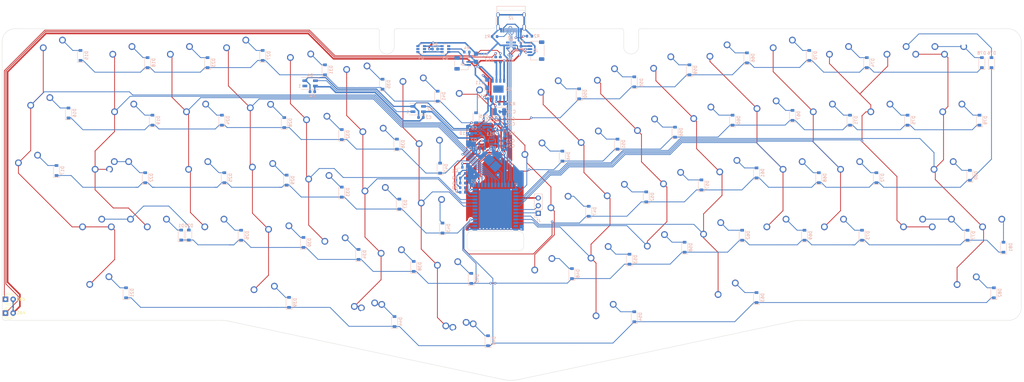
<source format=kicad_pcb>
(kicad_pcb (version 20210228) (generator pcbnew)
  (layers (0 "F.Cu" signal) (31 "B.Cu" signal) (34 "B.Paste" user) (35 "F.Paste" user) (36 "B.SilkS" user "B.Silkscreen") (37 "F.SilkS" user "F.Silkscreen") (38 "B.Mask" user) (39 "F.Mask" user) (44 "Edge.Cuts" user))
  (net 0 "")
  (net 1 "GND")
  (net 2 "+5V")
  (net 3 "VBAT")
  (net 4 "+3V3")
  (net 5 "Net-(D15-Pad2)")
  (net 6 "ROW0")
  (net 7 "Net-(D16-Pad2)")
  (net 8 "ROW1")
  (net 9 "Net-(D17-Pad2)")
  (net 10 "ROW2")
  (net 11 "Net-(D18-Pad2)")
  (net 12 "Net-(D19-Pad2)")
  (net 13 "Net-(D20-Pad2)")
  (net 14 "ROW3")
  (net 15 "Net-(D21-Pad2)")
  (net 16 "ROW4")
  (net 17 "Net-(D22-Pad2)")
  (net 18 "Net-(D23-Pad2)")
  (net 19 "Net-(D24-Pad2)")
  (net 20 "Net-(D25-Pad2)")
  (net 21 "Net-(D26-Pad2)")
  (net 22 "Net-(D27-Pad2)")
  (net 23 "Net-(D28-Pad2)")
  (net 24 "Net-(D29-Pad2)")
  (net 25 "Net-(D30-Pad2)")
  (net 26 "Net-(D31-Pad2)")
  (net 27 "Net-(D32-Pad2)")
  (net 28 "Net-(D33-Pad2)")
  (net 29 "Net-(D34-Pad2)")
  (net 30 "Net-(D35-Pad2)")
  (net 31 "Net-(D36-Pad2)")
  (net 32 "Net-(D37-Pad2)")
  (net 33 "Net-(D38-Pad2)")
  (net 34 "Net-(D39-Pad2)")
  (net 35 "Net-(D40-Pad2)")
  (net 36 "Net-(D41-Pad2)")
  (net 37 "Net-(D42-Pad2)")
  (net 38 "Net-(D43-Pad2)")
  (net 39 "Net-(D44-Pad2)")
  (net 40 "Net-(D45-Pad2)")
  (net 41 "Net-(D46-Pad2)")
  (net 42 "Net-(D47-Pad2)")
  (net 43 "Net-(D48-Pad2)")
  (net 44 "Net-(D49-Pad2)")
  (net 45 "Net-(D50-Pad2)")
  (net 46 "Net-(D51-Pad2)")
  (net 47 "Net-(D52-Pad2)")
  (net 48 "Net-(D53-Pad2)")
  (net 49 "Net-(D54-Pad2)")
  (net 50 "Net-(D55-Pad2)")
  (net 51 "Net-(D56-Pad2)")
  (net 52 "Net-(D57-Pad2)")
  (net 53 "Net-(D58-Pad2)")
  (net 54 "Net-(D59-Pad2)")
  (net 55 "Net-(D60-Pad2)")
  (net 56 "Net-(D61-Pad2)")
  (net 57 "Net-(D62-Pad2)")
  (net 58 "Net-(D63-Pad2)")
  (net 59 "Net-(D64-Pad1)")
  (net 60 "Net-(D65-Pad1)")
  (net 61 "Net-(D66-Pad2)")
  (net 62 "Net-(D67-Pad2)")
  (net 63 "Net-(D68-Pad2)")
  (net 64 "Net-(D69-Pad2)")
  (net 65 "Net-(D70-Pad2)")
  (net 66 "Net-(D71-Pad2)")
  (net 67 "Net-(D72-Pad2)")
  (net 68 "Net-(D73-Pad2)")
  (net 69 "Net-(D74-Pad2)")
  (net 70 "Net-(D75-Pad2)")
  (net 71 "Net-(D76-Pad2)")
  (net 72 "Net-(D77-Pad2)")
  (net 73 "Net-(D78-Pad2)")
  (net 74 "Net-(D79-Pad2)")
  (net 75 "Net-(D80-Pad2)")
  (net 76 "Net-(D81-Pad2)")
  (net 77 "Net-(D82-Pad2)")
  (net 78 "/RESET")
  (net 79 "/SWDCLK")
  (net 80 "/SWDIO")
  (net 82 "/CC1")
  (net 83 "D-")
  (net 84 "D+")
  (net 86 "/CC2")
  (net 87 "VBUS")
  (net 88 "Net-(J5-Pad1)")
  (net 89 "COL0")
  (net 90 "COL1")
  (net 91 "COL2")
  (net 92 "COL3")
  (net 93 "COL4")
  (net 94 "COL5")
  (net 95 "COL6")
  (net 96 "COL7")
  (net 97 "COL8")
  (net 98 "COL9")
  (net 99 "COL10")
  (net 100 "COL11")
  (net 101 "COL12")
  (net 102 "COL13")
  (net 103 "COL14")
  (net 104 "Net-(R3-Pad1)")
  (net 105 "Net-(R4-Pad1)")
  (net 106 "Net-(R5-Pad1)")
  (net 107 "/VSENSE")
  (net 108 "/STDBY")
  (net 109 "/CHRG")
  (net 112 "UG_LV")
  (net 113 "UG_EN")
  (net 119 "Net-(U4-Pad6)")
  (net 120 "Net-(U4-Pad4)")
  (net 123 "Net-(D1-Pad2)")
  (net 124 "UG_PWR")
  (net 125 "Net-(D2-Pad1)")
  (net 126 "UG_HV")
  (net 127 "Net-(D4-Pad1)")
  (net 128 "Net-(Q1-Pad3)")
  (net 129 "Net-(Q1-Pad1)")
  (net 130 "Net-(R11-Pad1)")
  (footprint "MX_Only:MXOnly-2.75U-NoLED" (layer "F.Cu") (at 354.088125 155.339975)
    (fp_text reference "MX64")
    (fp_text value "2.75U RSHIFT")
  )
  (footprint "MX_Only:MXOnly-1U-NoLED" (layer "F.Cu") (at 262.284413 101.990693 12)
    (fp_text reference "MX48")
    (fp_text value "9")
  )
  (footprint "MX_Only:MXOnly-1U-NoLED" (layer "F.Cu") (at 225.016989 109.912128 12)
    (fp_text reference "MX39")
    (fp_text value "7")
  )
  (footprint "MX_Only:MXOnly-1U-NoLED" (layer "F.Cu") (at 194.741593 189.357447 -12)
    (fp_text reference "MX38")
    (fp_text value "1uLeftFn")
  )
  (footprint "MX_Only:MXOnly-1U-NoLED" (layer "F.Cu") (at 243.650701 105.95141 12)
    (fp_text reference "MX44")
    (fp_text value "8")
  )
  (footprint "MX_Only:MXOnly-1U-NoLED" (layer "F.Cu") (at 165.645548 144.21141 -12)
    (fp_text reference "MX24")
    (fp_text value "F")
  )
  (footprint "MX_Only:MXOnly-1U-NoLED" (layer "F.Cu") (at 159.591836 103.970692 -12)
    (fp_text reference "MX22")
    (fp_text value "4")
  )
  (footprint "LED_THT:LED_D3.0mm" (layer "F.Cu") (at 43.429 176.784)
    (fp_text reference "D65")
    (fp_text value "RED")
  )
  (footprint "MX_Only:MXOnly-1U-NoLED" (layer "F.Cu") (at 147.011836 140.250692 -12)
    (fp_text reference "MX20")
    (fp_text value "D")
  )
  (footprint "MX_Only:MXOnly-1U-NoLED" (layer "F.Cu") (at 140.958125 100.009974 -12)
    (fp_text reference "MX18")
    (fp_text value "3")
  )
  (footprint "MX_Only:MXOnly-1.5U-NoLED" (layer "F.Cu") (at 357.558125 117.239975)
    (fp_text reference "MX67")
    (fp_text value "BACK SLASH")
  )
  (footprint "MX_Only:MXOnly-1U-NoLED" (layer "F.Cu") (at 94.184375 155.339975)
    (fp_text reference "MX72")
    (fp_text value "LShiftExtra")
  )
  (footprint "MX_Only:MXOnly-1U-NoLED" (layer "F.Cu") (at 127.678125 116.659974 -12)
    (fp_text reference "MX15")
    (fp_text value "W")
  )
  (footprint "MX_Only:MXOnly-1U-NoLED" (layer "F.Cu") (at 107.878125 136.289975)
    (fp_text reference "MX12")
    (fp_text value "A")
  )
  (footprint "MX_Only:MXOnly-1U-NoLED" (layer "F.Cu") (at 228.276989 148.172128 12)
    (fp_text reference "MX35")
    (fp_text value "H")
  )
  (footprint "MX_Only:MXOnly-1U-NoLED" (layer "F.Cu") (at 246.910701 144.21141 12)
    (fp_text reference "MX41")
    (fp_text value "J")
  )
  (footprint "MX_Only:MXOnly-1U-NoLED" (layer "F.Cu") (at 260.184413 160.860693 12)
    (fp_text reference "MX47")
    (fp_text value "M")
  )
  (footprint "MX_Only:MXOnly-1U-NoLED" (layer "F.Cu") (at 59.748125 96.049975)
    (fp_text reference "MX1")
    (fp_text value "ESC")
  )
  (footprint "MX_Only:MXOnly-1U-NoLED" (layer "F.Cu") (at 296.058125 116.179975)
    (fp_text reference "MX54")
    (fp_text value "P")
  )
  (footprint "MX_Only:MXOnly-1U-NoLED" (layer "F.Cu") (at 304.678125 136.289975)
    (fp_text reference "MX55")
    (fp_text value "COLON")
  )
  (footprint "MX_Only:MXOnly-1U-NoLED" (layer "F.Cu") (at 219.656989 130.522128 12)
    (fp_text reference "MX34")
    (fp_text value "Y")
  )
  (footprint "MX_Only:MXOnly-1U-NoLED" (layer "F.Cu") (at 51.518125 134.149975)
    (fp_text reference "MX3")
    (fp_text value "PGDN")
  )
  (footprint "MX_Only:MXOnly-1U-NoLED" (layer "F.Cu") (at 178.225548 107.93141 -12)
    (fp_text reference "MX28")
    (fp_text value "5")
  )
  (footprint "MX_Only:MXOnly-1U-NoLED" (layer "F.Cu") (at 196.85926 111.892128 -12)
    (fp_text reference "MX33")
    (fp_text value "6")
  )
  (footprint "MX_Only:MXOnly-1U-NoLED" (layer "F.Cu") (at 107.178125 117.239975)
    (fp_text reference "MX11")
    (fp_text value "Q")
  )
  (footprint "MX_Only:MXOnly-1.25U-NoLED" (layer "F.Cu") (at 72.753125 155.339975)
    (fp_text reference "MX31")
    (fp_text value "1.25uLshift")
  )
  (footprint "MX_Only:MXOnly-1U-NoLED" (layer "F.Cu") (at 314.688125 117.239975)
    (fp_text reference "MX58")
    (fp_text value "LBRACE")
  )
  (footprint "MX_Only:MXOnly-1U-NoLED" (layer "F.Cu") (at 238.290701 126.56141 12)
    (fp_text reference "MX40")
    (fp_text value "U")
  )
  (footprint "MX_Only:MXOnly-1U-NoLED" (layer "F.Cu") (at 320.048125 98.189975)
    (fp_text reference "MX61")
    (fp_text value "EQUAL")
  )
  (footprint "MX_Only:MXOnly-1.5U-NoLED" (layer "F.Cu") (at 283.628124 176.889975 12)
    (fp_text reference "MX52")
    (fp_text value "RIGHT ALT")
  )
  (footprint "MX_Only:MXOnly-2.25U-NoLED" (layer "F.Cu") (at 82.278125 155.339975)
    (fp_text reference "MX7")
    (fp_text value "2.25uLShift")
  )
  (footprint "MX_Only:MXOnly-1U-NoLED" (layer "F.Cu") (at 120.458125 96.049975)
    (fp_text reference "MX14")
    (fp_text value "2")
  )
  (footprint "MX_Only:MXOnly-1U-NoLED" (layer "F.Cu") (at 113.228125 155.339975)
    (fp_text reference "MX13")
    (fp_text value "Z")
  )
  (footprint "MX_Only:MXOnly-2U-NoLED" (layer "F.Cu") (at 348.623125 98.189975)
    (fp_text reference "MX66")
    (fp_text value "2U BKSP")
  )
  (footprint "MX_Only:MXOnly-1U-NoLED" (layer "F.Cu") (at 265.544413 140.250693 12)
    (fp_text reference "MX46")
    (fp_text value "K")
  )
  (footprint "MX_Only:MXOnly-1U-NoLED" (layer "F.Cu") (at 164.945548 124.58141 -12)
    (fp_text reference "MX23")
    (fp_text value "R")
  )
  (footprint "MX_Only:MXOnly-2U-ReversedStabilizers-NoLED" (layer "F.Cu") (at 162.132598 182.426191 -12)
    (fp_text reference "MX73")
    (fp_text value "2uLSpace")
  )
  (footprint "MX_Only:MXOnly-1U-NoLED" (layer "F.Cu") (at 133.728125 156.899974 -12)
    (fp_text reference "MX17")
    (fp_text value "X")
  )
  (footprint "MX_Only:MXOnly-1U-NoLED" (layer "F.Cu") (at 299.318125 155.339975)
    (fp_text reference "MX56")
    (fp_text value "DOT")
  )
  (footprint "MX_Only:MXOnly-1U-NoLED" (layer "F.Cu") (at 278.818124 156.899975 12)
    (fp_text reference "MX51")
    (fp_text value "COMMA")
  )
  (footprint "MX_Only:MXOnly-1.75U-NoLED" (layer "F.Cu") (at 81.680625 136.289975)
    (fp_text reference "MX9")
    (fp_text value "FULL CAPS")
  )
  (footprint "MX_Only:MXOnly-1U-NoLED" (layer "F.Cu") (at 280.918124 98.029975 12)
    (fp_text reference "MX53")
    (fp_text value "0")
  )
  (footprint "MX_Only:MXOnly-1U-NoLED" (layer "F.Cu") (at 339.098125 98.189975)
    (fp_text reference "MX63")
    (fp_text value "1U LBKSP")
  )
  (footprint "MX_Only:MXOnly-1U-NoLED" (layer "F.Cu") (at 170.995548 164.82141 -12)
    (fp_text reference "MX25")
    (fp_text value "V")
  )
  (footprint "MX_Only:MXOnly-1U-NoLED" (layer "F.Cu") (at 183.57926 128.542128 -12)
    (fp_text reference "MX29")
    (fp_text value "T")
  )
  (footprint "MX_Only:MXOnly-1.5U-NoLED" (layer "F.Cu") (at 75.138125 174.389975)
    (fp_text reference "MX8")
    (fp_text value "LCTRL")
  )
  (footprint "MX_Only:MXOnly-1U-NoLED" (layer "F.Cu") (at 323.728125 136.289975)
    (fp_text reference "MX59")
    (fp_text value "QUOTE")
  )
  (footprint "MX_Only:MXOnly-1.5U-NoLED" (layer "F.Cu") (at 128.918125 176.889974 -12)
    (fp_text reference "MX26")
    (fp_text value "LALT")
  )
  (footprint "MX_Only:MXOnly-1U-NoLED" (layer "F.Cu") (at 333.738125 117.239975)
    (fp_text reference "MX62")
    (fp_text value "RBRACE")
  )
  (footprint "MX_Only:MXOnly-1.75U-NoLED" (layer "F.Cu") (at 344.563125 155.339975)
    (fp_text reference "MX65")
    (fp_text value "1.75U RSHIFT")
  )
  (footprint "MX_Only:MXOnly-2.25U-ReversedStabilizers-NoLED" (layer "F.Cu") (at 354.678125 136.289975)
    (fp_text reference "MX68")
    (fp_text value "ENTER")
  )
  (footprint "MX_Only:MXOnly-1U-NoLED" (layer "F.Cu") (at 189.62926 168.782128 -12)
    (fp_text reference "MX27")
    (fp_text value "B")
  )
  (footprint "MX_Only:MXOnly-1.25U-NoLED" (layer "F.Cu") (at 76.918125 136.289975)
    (fp_text reference "MX6")
    (fp_text value "STEPPED CAPS")
  )
  (footprint "MX_Only:MXOnly-1U-NoLED" (layer "F.Cu") (at 128.378125 136.289974 -12)
    (fp_text reference "MX16")
    (fp_text value "S")
  )
  (footprint "MX_Only:MXOnly-1U-NoLED" (layer "F.Cu") (at 146.311836 120.620692 -12)
    (fp_text reference "MX19")
    (fp_text value "E")
  )
  (footprint "MX_Only:MXOnly-1U-NoLED" (layer "F.Cu") (at 152.361836 160.860692 -12)
    (fp_text reference "MX21")
    (fp_text value "C")
  )
  (footprint "MX_Only:MXOnly-1U-NoLED" (layer "F.Cu") (at 55.588125 115.099975)
    (fp_text reference "MX2")
    (fp_text value "PGUP")
  )
  (footprint "MX_Only:MXOnly-1.25U-NoLED" (layer "F.Cu") (at 192.412379 188.862357 -12)
    (fp_text reference "MX37")
    (fp_text value "1.25uLeftFn")
  )
  (footprint "MX_Only:MXOnly-1U-NoLED" (layer "F.Cu") (at 358.148125 98.189975)
    (fp_text reference "MX71")
    (fp_text value "1U RBKSP")
  )
  (footprint "MX_Only:MXOnly-1.5U-NoLED" (layer "F.Cu") (at 362.313725 174.437975)
    (fp_text reference "MX70")
    (fp_text value "RIGHT CTRL")
  )
  (footprint "MX_Only:MXOnly-1U-NoLED" (layer "F.Cu") (at 101.818125 98.189975)
    (fp_text reference "MX10")
    (fp_text value "1")
  )
  (footprint "MX_Only:MXOnly-1.5U-NoLED" (layer "F.Cu") (at 83.368125 117.239975)
    (fp_text reference "MX5")
    (fp_text value "TAB")
  )
  (footprint "MX_Only:MXOnly-2.75U-ReversedStabilizers-NoLED" (layer "F.Cu") (at 243.218124 183.949975 12)
    (fp_text reference "MX43")
    (fp_text value "RIGHT SPACE")
  )
  (footprint "MX_Only:MXOnly-1U-NoLED" (layer "F.Cu") (at 82.768125 98.189975)
    (fp_text reference "MX4")
    (fp_text value "GRV")
  )
  (footprint "MX_Only:MXOnly-2.25U-ReversedStabilizers-NoLED" (layer "F.Cu") (at 164.461812 182.92128 -12)
    (fp_text reference "MX32")
    (fp_text value "2.25uLSpace")
  )
  (footprint "MX_Only:MXOnly-1U-NoLED" (layer "F.Cu") (at 284.178124 136.289975 12)
    (fp_text reference "MX50")
    (fp_text value "L")
  )
  (footprint "MX_Only:MXOnly-1U-NoLED" (layer "F.Cu") (at 370.756875 155.339975)
    (fp_text reference "MX69")
    (fp_text value "100 FN")
  )
  (footprint "MX_Only:MXOnly-1U-NoLED" (layer "F.Cu") (at 241.550701 164.82141 12)
    (fp_text reference "MX42")
    (fp_text value "N")
  )
  (footprint "MX_Only:MXOnly-1U-NoLED" (layer "F.Cu") (at 318.368125 155.339975)
    (fp_text reference "MX60")
    (fp_text value "SLASH")
  )
  (footprint "MX_Only:MXOnly-1U-NoLED" (layer "F.Cu") (at 222.916989 168.782128 12)
    (fp_text reference "MX36")
    (fp_text value "EXTRA")
  )
  (footprint "MX_Only:MXOnly-1U-NoLED" (layer "F.Cu") (at 184.27926 148.172128 -12)
    (fp_text reference "MX30")
    (fp_text value "G")
  )
  (footprint "MX_Only:MXOnly-1U-NoLED" (layer "F.Cu") (at 301.418125 96.049975)
    (fp_text reference "MX57")
    (fp_text value "MINUS")
  )
  (footprint "LED_THT:LED_D3.0mm" (layer "F.Cu") (at 43.429 181.356)
    (fp_text reference "D64")
    (fp_text value "Green")
  )
  (footprint "MX_Only:MXOnly-1U-NoLED" (layer "F.Cu") (at 275.558124 118.639975 12)
    (fp_text reference "MX49")
    (fp_text value "O")
  )
  (footprint "MX_Only:MXOnly-1U-NoLED" (layer "F.Cu") (at 256.924413 122.600693 12)
    (fp_text reference "MX45")
    (fp_text value "I")
  )
  (footprint "Diode_SMD:D_SOD-123" (layer "B.Cu") (at 251.61875 104.775 90)
    (fp_text reference "D55")
    (fp_text value "1N4148W")
  )
  (footprint "Diode_SMD:D_SOD-123" (layer "B.Cu") (at 265.1125 121.44375 90)
    (fp_text reference "D56")
    (fp_text value "1N4148W")
  )
  (footprint "Diode_SMD:D_SOD-123" (layer "B.Cu") (at 255.5875 142.875 90)
    (fp_text reference "D52")
    (fp_text value "1N4148W")
  )
  (footprint "Diode_SMD:D_SOD-123" (layer "B.Cu") (at 331.7875 136.525 90)
    (fp_text reference "D72")
    (fp_text value "1N4148W")
  )
  (footprint "Diode_SMD:D_SOD-123" (layer "B.Cu") (at 268.2875 159.54375 90)
    (fp_text reference "D58")
    (fp_text value "1N4148W")
  )
  (footprint "Diode_SMD:D_SOD-123" (layer "B.Cu") (at 128.5875 96.04375 90)
    (fp_text reference "D27")
    (fp_text value "1N4148W")
  )
  (footprint "Diode_SMD:D_SOD-123" (layer "B.Cu") (at 187.325 133.35 90)
    (fp_text reference "D42")
    (fp_text value "1N4148W")
  )
  (footprint "Diode_SMD:D_SOD-123" (layer "B.Cu") (at 328.6125 98.425 90)
    (fp_text reference "D74")
    (fp_text value "1N4148W")
  )
  (footprint "Capacitor_SMD:C_0603_1608Metric" (layer "B.Cu") (at 207.505 124.346 180)
    (fp_text reference "C23")
    (fp_text value "1u")
  )
  (footprint "Diode_SMD:D_SOD-123" (layer "B.Cu") (at 287.3375 155.575 90)
    (fp_text reference "D62")
    (fp_text value "1N4148W")
  )
  (footprint "Diode_SMD:D_SOD-123" (layer "B.Cu") (at 373.85625 159.54375 90)
    (fp_text reference "D81")
    (fp_text value "1N4148W")
  )
  (footprint "Diode_SMD:D_SOD-123" (layer "B.Cu") (at 68.2625 96.04375 90)
    (fp_text reference "D15")
    (fp_text value "1N4148W")
  )
  (footprint "Schematic Library:nRF52840_holyiot_18010_HS_simple" (layer "B.Cu") (at 205.613 147.955)
    (fp_text reference "U1")
    (fp_text value "nRF52840_holyiot_18010")
  )
  (footprint "Package_TO_SOT_SMD:SOT-23-6" (layer "B.Cu") (at 210.82 92.71)
    (fp_text reference "U2")
    (fp_text value "SRV05-4")
  )
  (footprint "Resistor_SMD:R_0603_1608Metric" (layer "B.Cu") (at 194.818 139.827 180)
    (fp_text reference "R8")
    (fp_text value "2M")
  )
  (footprint "Diode_SMD:D_SOD-123" (layer "B.Cu") (at 135.73125 118.26875 90)
    (fp_text reference "D28")
    (fp_text value "1N4148W")
  )
  (footprint "Diode_SMD:D_SOD-123" (layer "B.Cu") (at 309.5625 96.04375 90)
    (fp_text reference "D70")
    (fp_text value "1N4148W")
  )
  (footprint "Package_TO_SOT_SMD:SOT-23" (layer "B.Cu") (at 207.772 121.806 90)
    (fp_text reference "U6")
    (fp_text value "XC626P332MR")
  )
  (footprint "Diode_SMD:D_SOD-123" (layer "B.Cu") (at 366.7125 98.425 90)
    (fp_text reference "D78")
    (fp_text value "1N4148W")
  )
  (footprint "Diode_SMD:D_SOD-123" (layer "B.Cu") (at 186.53125 109.5375 90)
    (fp_text reference "D41")
    (fp_text value "1N4148W")
  )
  (footprint "Diode_SMD:D_SOD-123" (layer "B.Cu") (at 168.275 105.56875 90)
    (fp_text reference "D35")
    (fp_text value "1N4148W")
  )
  (footprint "Diode_SMD:D_SOD-123" (layer "B.Cu") (at 142.08125 157.95625 90)
    (fp_text reference "D30")
    (fp_text value "1N4148W")
  )
  (footprint "Diode_SMD:D_SOD-123" (layer "B.Cu") (at 83.34375 174.625 90)
    (fp_text reference "D21")
    (fp_text value "1N4148W")
  )
  (footprint "Diode_SMD:D_SOD-123" (layer "B.Cu") (at 273.84375 138.90625 90)
    (fp_text reference "D57")
    (fp_text value "1N4148W")
  )
  (footprint "Connector_JST:JST_SH_SM04B-SRSS-TB_1x04-1MP_P1.00mm_Horizontal" (layer "B.Cu") (at 219.075 94.45625 -90)
    (fp_text reference "J3")
    (fp_text value "Unified DB")
  )
  (footprint "Resistor_SMD:R_0603_1608Metric" (layer "B.Cu") (at 194.818 136.652 180)
    (fp_text reference "R9")
    (fp_text value "10k")
  )
  (footprint "Diode_SMD:D_SOD-123" (layer "B.Cu") (at 92.075 117.475 90)
    (fp_text reference "D19")
    (fp_text value "1N4148W")
  )
  (footprint "Diode_SMD:D_SOD-123" (layer "B.Cu") (at 227.80625 129.38125 90)
    (fp_text reference "D46")
    (fp_text value "1N4148W")
  )
  (footprint "Diode_SMD:D_SOD-123" (layer "B.Cu") (at 292.1 176.2125 90)
    (fp_text reference "D63")
    (fp_text value "1N4148W")
  )
  (footprint "Package_TO_SOT_SMD:SOT-23-6" (layer "B.Cu") (at 181.07025 93.9165)
    (fp_text reference "U4")
    (fp_text value "FS8205")
  )
  (footprint "Package_TO_SOT_SMD:SOT-363_SC-70-6" (layer "B.Cu") (at 204.457 124.346 90)
    (fp_text reference "U7")
    (fp_text value "TXS0101")
  )
  (footprint "Diode_SMD:D_SOD-123" (layer "B.Cu") (at 361.95 155.575 90)
    (fp_text reference "D77")
    (fp_text value "1N4148W")
  )
  (footprint "Capacitor_SMD:C_0603_1608Metric" (layer "B.Cu") (at 145.034 108.077 180)
    (fp_text reference "C4")
    (fp_text value "100nF")
  )
  (footprint "Capacitor_SMD:C_0603_1608Metric" (layer "B.Cu") (at 201.054 119.888)
    (fp_text reference "C6")
    (fp_text value "100nF")
  )
  (footprint "Diode_SMD:D_SOD-123" (layer "B.Cu") (at 236.5375 147.6375 90)
    (fp_text reference "D47")
    (fp_text value "1N4148W")
  )
  (footprint "Capacitor_SMD:C_0603_1608Metric" (layer "B.Cu") (at 180.975 116.586 180)
    (fp_text reference "C2")
    (fp_text value "100nF")
  )
  (footprint "Diode_SMD:D_SOD-123" (layer "B.Cu") (at 101.6 155.5125 90)
    (fp_text reference "D1")
    (fp_text value "1N4148W")
  )
  (footprint "Diode_SMD:D_SOD-123" (layer "B.Cu") (at 312.7375 136.525 90)
    (fp_text reference "D68")
    (fp_text value "1N4148W")
  )
  (footprint "Capacitor_SMD:C_0603_1608Metric" (layer "B.Cu") (at 203.2 109.601 90)
    (fp_text reference "C12")
    (fp_text value "100nF")
  )
  (footprint "Capacitor_SMD:C_0603_1608Metric" (layer "B.Cu") (at 199.898 121.793 180)
    (fp_text reference "C10")
    (fp_text value "100nF")
  )
  (footprint "Diode_SMD:D_SOD-123" (layer "B.Cu") (at 110.33125 98.425 90)
    (fp_text reference "D23")
    (fp_text value "1N4148W")
  )
  (footprint "Diode_SMD:D_SOD-123" (layer "B.Cu") (at 121.44375 155.575 90)
    (fp_text reference "D26")
    (fp_text value "1N4148W")
  )
  (footprint "Diode_SMD:D_SOD-123" (layer "B.Cu") (at 369.8875 98.425 90)
    (fp_text reference "D76")
    (fp_text value "1N4148W")
  )
  (footprint "Connector_USB:USB_C_Receptacle_HRO_TYPE-C-31-M-12" (layer "B.Cu") (at 210.82 83.641)
    (fp_text reference "J2")
    (fp_text value "USB_C_Receptacle_USB2.0")
  )
  (footprint "Resistor_SMD:R_0603_1608Metric" (layer "B.Cu") (at 216.916 89.662)
    (fp_text reference "R2")
    (fp_text value "5.1k")
  )
  (footprint "Diode_SMD:D_SOD-123" (layer "B.Cu") (at 197.64375 169.8625 90)
    (fp_text reference "D40")
    (fp_text value "1N4148W")
  )
  (footprint "Diode_SMD:D_SOD-123" (layer "B.Cu") (at 89.69375 136.525 90)
    (fp_text reference "D22")
    (fp_text value "1N4148W")
  )
  (footprint "Resistor_SMD:R_0603_1608Metric" (layer "B.Cu") (at 194.818 138.303)
    (fp_text reference "R6")
    (fp_text value "100R")
  )
  (footprint "Resistor_SMD:R_0603_1608Metric" (layer "B.Cu") (at 201.295 126.873)
    (fp_text reference "R10")
    (fp_text value "10k")
  )
  (footprint "Diode_SMD:D_SOD-123" (layer "B.Cu") (at 362.74375 135.73125 90)
    (fp_text reference "D80")
    (fp_text value "1N4148W")
  )
  (footprint "Diode_SMD:D_SOD-123" (layer "B.Cu") (at 250.03125 163.5125 90)
    (fp_text reference "D53")
    (fp_text value "1N4148W")
  )
  (footprint "Capacitor_SMD:C_0603_1608Metric" (layer "B.Cu") (at 207.505 125.997 180)
    (fp_text reference "C24")
    (fp_text value "100nF")
  )
  (footprint "Diode_SMD:D_SOD-123" (layer "B.Cu") (at 173.0375 125.4125 90)
    (fp_text reference "D36")
    (fp_text value "1N4148W")
  )
  (footprint "Package_TO_SOT_SMD:SOT-23" (layer "B.Cu") (at 194.691 134.112 90)
    (fp_text reference "Q1")
    (fp_text value "2N7002")
  )
  (footprint "Capacitor_Tantalum_SMD:CP_EIA-3216-18_Kemet-A" (layer "B.Cu") (at 202.946 105.41 90)
    (fp_text reference "C11")
    (fp_text value "10uF")
  )
  (footprint "Diode_SMD:D_SOD-123" (layer "B.Cu") (at 323.05625 117.475 90)
    (fp_text reference "D71")
    (fp_text value "1N4148W")
  )
  (footprint "Connector_JST:JST_SH_SM02B-SRSS-TB_1x02-1MP_P1.00mm_Horizontal" (layer "B.Cu") (at 194.818 98.679 90)
    (fp_text reference "J5")
    (fp_text value "Battery")
  )
  (footprint "Diode_SMD:D_SOD-123" (layer "B.Cu") (at 172.24375 184.15 90)
    (fp_text reference "D44")
    (fp_text value "1N4148W")
  )
  (footprint "Diode_SMD:D_SOD-123" (layer "B.Cu") (at 149.225 100.80625 90)
    (fp_text reference "D31")
    (fp_text value "1N4148W")
  )
  (footprint "Capacitor_Tantalum_SMD:CP_EIA-3528-21_Kemet-B" (layer "B.Cu") (at 206.997 114.694 180)
    (fp_text reference "C18")
    (fp_text value "100uF")
  )
  (footprint "Diode_SMD:D_SOD-123" (layer "B.Cu") (at 160.3375 161.925 90)
    (fp_text reference "D34")
    (fp_text value "1N4148W")
  )
  (footprint "Diode_SMD:D_SOD-123" (layer "B.Cu") (at 178.59375 165.89375 90)
    (fp_text reference "D38")
    (fp_text value "1N4148W")
  )
  (footprint "Diode_SMD:D_SOD-123" (layer "B.Cu") (at 251.61875 182.5625 90)
    (fp_text reference "D54")
    (fp_text value "1N4148W")
  )
  (footprint "LED_SMD:LED_SK6812MINI_PLCC4_3.5x3.5mm_P1.75mm" (layer "B.Cu") (at 144.3 105.283)
    (fp_text reference "D4")
    (fp_text value "SK6812MINI")
  )
  (footprint "Diode_SMD:D_SOD-123" (layer "B.Cu") (at 104.14 155.5125 90)
    (fp_text reference "D20")
    (fp_text value "1N4148W")
  )
  (footprint "Diode_SMD:D_SOD-123" (layer "B.Cu") (at 327.025 155.575 90)
    (fp_text reference "D73")
    (fp_text value "1N4148W")
  )
  (footprint "Diode_SMD:D_SOD-123" (layer "B.Cu") (at 230.98125 168.275 90)
    (fp_text reference "D48")
    (fp_text value "1N4148W")
  )
  (footprint "Package_TO_SOT_SMD:SOT-23-6" (layer "B.Cu") (at 189.07125 93.9165)
    (fp_text reference "U5")
    (fp_text value "DW01A")
  )
  (footprint "Diode_SMD:D_SOD-123" (layer "B.Cu") (at 154.78125 122.2375 90)
    (fp_text reference "D32")
    (fp_text value "1N4148W")
  )
  (footprint "Resistor_SMD:R_0603_1608Metric" (layer "B.Cu") (at 196.18325 94.9325)
    (fp_text reference "R4")
    (fp_text value "100R")
  )
  (footprint "Diode_SMD:D_SOD-123" (layer "B.Cu") (at 304.00625 115.8875 90)
    (fp_text reference "D67")
    (fp_text value "1N4148W")
  )
  (footprint "Resistor_SMD:R_0603_1608Metric" (layer "B.Cu") (at 205.359 89.789 180)
    (fp_text reference "R1")
    (fp_text value "5.1k")
  )
  (footprint "random-keyboard-parts:Jumper-UserFriendly" (layer "B.Cu") (at 204.597 131.699 45)
    (fp_text reference "SW29")
    (fp_text value "SW_Push")
  )
  (footprint "Diode_SMD:D_SOD-123" (layer "B.Cu") (at 288.925 96.8375 90)
    (fp_text reference "D66")
    (fp_text value "1N4148W")
  )
  (footprint "Resistor_SMD:R_0603_1608Metric" (layer "B.Cu") (at 204.076 120.663)
    (fp_text reference "R11")
    (fp_text value "10k")
  )
  (footprint "Diode_SMD:D_SOD-123" (layer "B.Cu") (at 233.3625 108.74375 90)
    (fp_text reference "D50")
    (fp_text value "1N4148W")
  )
  (footprint "Resistor_SMD:R_0603_1608Metric" (layer "B.Cu") (at 207.264 97.409 -90)
    (fp_text reference "R13")
    (fp_text value "2.7k")
  )
  (footprint "Diode_SMD:D_SOD-123" (layer "B.Cu") (at 115.09375 117.475 90)
    (fp_text reference "D24")
    (fp_text value "1N4148W")
  )
  (footprint "Diode_SMD:D_SOD-123" (layer "B.Cu") (at 154.78125 141.2875 90)
    (fp_text reference "D33")
    (fp_text value "1N4148W")
  )
  (footprint "Package_TO_SOT_SMD:SOT-23" (layer "B.Cu") (at 201.168 124.333)
    (fp_text reference "Q2")
    (fp_text value "AO3401A")
  )
  (footprint "Resistor_SMD:R_0603_1608Metric" (layer "B.Cu") (at 194.818 141.351)
    (fp_text reference "R7")
    (fp_text value "1.3M")
  )
  (footprint "Diode_SMD:D_SOD-123" (layer "B.Cu") (at 136.525 137.31875 90)
    (fp_text reference "D29")
    (fp_text value "1N4148W")
  )
  (footprint "Diode_SMD:D_SOD-123" (layer "B.Cu") (at 90.4875 98.425 90)
    (fp_text reference "D18")
    (fp_text value "1N4148W")
  )
  (footprint "Diode_SMD:D_SOD-123" (layer "B.Cu") (at 292.1 134.9375 90)
    (fp_text reference "D61")
    (fp_text value "1N4148W")
  )
  (footprint "Diode_SMD:D_SOD-123" (layer "B.Cu") (at 307.975 155.575 90)
    (fp_text reference "D69")
    (fp_text value "1N4148W")
  )
  (footprint "Diode_SMD:D_SOD-123" (layer "B.Cu") (at 60.325 134.14375 90)
    (fp_text reference "D17")
    (fp_text value "1N4148W")
  )
  (footprint "Resistor_SMD:R_0603_1608Metric" (layer "B.Cu") (at 207.772 112.141)
    (fp_text reference "R3")
    (fp_text value "1.8k")
  )
  (footprint "Capacitor_SMD:C_0603_1608Metric" (layer "B.Cu") (at 207.886 118.758 180)
    (fp_text reference "C22")
    (fp_text value "1u")
  )
  (footprint "Capacitor_SMD:C_0603_1608Metric" (layer "B.Cu") (at 204.838 118.758)
    (fp_text reference "C20")
    (fp_text value "4.7u")
  )
  (footprint "Fuse:Fuse_0603_1608Metric" (layer "B.Cu") (at 214.122 93.853 -90)
    (fp_text reference "F1")
    (fp_text value "750mA")
  )
  (footprint "Diode_SMD:D_SOD-123" (layer "B.Cu") (at 137.31875 177.8 90)
    (fp_text reference "D39")
    (fp_text value "1N4148W")
  )
  (footprint "Capacitor_Tantalum_SMD:CP_EIA-3216-18_Kemet-A" (layer "B.Cu") (at 199.23125 96.8375 90)
    (fp_text reference "C14")
    (fp_text value "10uF")
  )
  (footprint "Diode_SMD:D_SOD-123" (layer "B.Cu") (at 173.83125 145.25625 90)
    (fp_text reference "D37")
    (fp_text value "1N4148W")
  )
  (footprint "Diode_SMD:D_SOD-123" (layer "B.Cu") (at 269.875 100.80625 90)
    (fp_text reference "D59")
    (fp_text value "1N4148W")
  )
  (footprint "sleep-lib:SOP-8" (layer "B.Cu") (at 206.629 107.188 90)
    (fp_text reference "U3")
    (fp_text value "TP4056")
  )
  (footprint "Connector_PinHeader_2.54mm:PinHeader_1x03_P2.54mm_Vertical" (layer "B.Cu") (at 219.837 148.321)
    (fp_text reference "J1")
    (fp_text value "SWD")
  )
  (footprint "Diode_SMD:D_SOD-123" (layer "B.Cu") (at 246.0625 125.4125 90)
    (fp_text reference "D51")
    (fp_text value "1N4148W")
  )
  (footprint "Diode_SMD:D_SOD-123" (layer "B.Cu") (at 365.91875 117.475 90)
    (fp_text reference "D79")
    (fp_text value "1N4148W")
  )
  (footprint "Capacitor_SMD:C_0603_1608Metric" (layer "B.Cu") (at 207.886 117.107 180)
    (fp_text reference "C21")
    (fp_text value "4.7u")
  )
  (footprint "Diode_SMD:D_SOD-123" (layer "B.Cu") (at 342.10625 117.475 90)
    (fp_text reference "D75")
    (fp_text value "1N4148W")
  )
  (footprint "Diode_SMD:D_SOD-123" (layer "B.Cu") (at 203.2 190.5 90)
    (fp_text reference "D49")
    (fp_text value "1N4148W")
  )
  (footprint "Resistor_SMD:R_0603_1608Metric" (layer "B.Cu") (at 185.64225 93.9165 180)
    (fp_text reference "R5")
    (fp_text value "1k")
  )
  (footprint "Diode_SMD:D_SOD-123" (layer "B.Cu") (at 284.1625 117.475 90)
    (fp_text reference "D60")
    (fp_text value "1N4148W")
  )
  (footprint "Diode_SMD:D_SOD-123" (layer "B.Cu") (at 370.68125 174.625 90)
    (fp_text reference "D82")
    (fp_text value "1N4148W")
  )
  (footprint "Diode_SMD:D_SOD-123" (layer "B.Cu") (at 64.29375 115.09375 90)
    (fp_text reference "D16")
    (fp_text value "1N4148W")
  )
  (footprint "Diode_SMD:D_SOD-123" (layer "B.Cu") (at 188.11875 153.19375 90)
    (fp_text reference "D43")
    (fp_text value "1N4148W")
  )
  (footprint "Diode_SMD:D_SOD-123" (layer "B.Cu") (at 199.23125 116.68125 90)
    (fp_text reference "D45")
    (fp_text value "1N4148W")
  )
  (footprint "Diode_SMD:D_SOD-123" (layer "B.Cu") (at 115.8875 136.525 90)
    (fp_text reference "D25")
    (fp_text value "1N4148W")
  )
  (footprint "LED_SMD:LED_SK6812MINI_PLCC4_3.5x3.5mm_P1.75mm" (layer "B.Cu") (at 180.086 113.792)
    (fp_text reference "D2")
    (fp_text value "SK6812MINI")
  )
  (footprint "Resistor_SMD:R_0603_1608Metric" (layer "B.Cu") (at 205.74 97.409 -90)
    (fp_text reference "R12")
    (fp_text value "2.7k")
  )
  (gr_line (start 212.225635 203.531088) (end 211.482939 203.594843) (layer "Edge.Cuts") (width 0.1))
  (gr_line (start 213.34095 203.353034) (end 213.324186 203.351256) (layer "Edge.Cuts") (width 0.1))
  (gr_line (start 208.487263 203.403326) (end 208.137252 203.330428) (layer "Edge.Cuts") (width 0.1))
  (gr_arc (start 204.761084 86.231369) (end 205.761084 86.231369) (angle 90) (layer "Edge.Cuts") (width 0.1))
  (gr_arc (start 213.5 155.75) (end 215 155.75) (angle -90) (layer "Edge.Cuts") (width 0.1))
  (gr_arc (start 250.567877 93.090979) (end 248.093917 93.089532) (angle -180.0676869) (layer "Edge.Cuts") (width 0.1))
  (gr_arc (start 172.74824 87.831368) (end 172.14596 87.831368) (angle 85.01166712) (layer "Edge.Cuts") (width 0.1))
  (gr_line (start 205.761084 86.231369) (end 205.761084 82.231369) (layer "Edge.Cuts") (width 0.1))
  (gr_arc (start 216.775716 86.231348) (end 215.775716 86.231348) (angle -90) (layer "Edge.Cuts") (width 0.1))
  (gr_line (start 306.105813 183.777001) (end 305.406551 183.832119) (layer "Edge.Cuts") (width 0.1))
  (gr_line (start 306.439823 183.767095) (end 306.105813 183.777001) (layer "Edge.Cuts") (width 0.1))
  (gr_line (start 212.970871 203.421106) (end 212.968585 203.422376) (layer "Edge.Cuts") (width 0.1))
  (gr_line (start 305.406551 183.832119) (end 304.711862 183.926861) (layer "Edge.Cuts") (width 0.1))
  (gr_line (start 117.978173 184.166383) (end 117.651276 184.082816) (layer "Edge.Cuts") (width 0.1))
  (gr_line (start 172.69587 87.231369) (end 204.761084 87.231369) (layer "Edge.Cuts") (width 0.1))
  (gr_arc (start 253.644117 87.831347) (end 253.041837 87.831347) (angle 85.01166712) (layer "Edge.Cuts") (width 0.1))
  (gr_line (start 212.231224 203.530327) (end 212.228176 203.529819) (layer "Edge.Cuts") (width 0.1))
  (gr_line (start 253.591747 87.231348) (end 375.583373 87.231374) (layer "Edge.Cuts") (width 0.1))
  (gr_line (start 210.729575 203.613638) (end 210.726528 203.614401) (layer "Edge.Cuts") (width 0.1))
  (gr_line (start 209.976212 203.588747) (end 209.234023 203.518896) (layer "Edge.Cuts") (width 0.1))
  (gr_arc (start 197.75 155.75) (end 197.75 154.25) (angle -90) (layer "Edge.Cuts") (width 0.1))
  (gr_line (start 117.651276 184.082816) (end 116.963951 183.942862) (layer "Edge.Cuts") (width 0.1))
  (gr_line (start 379.748972 91.395398) (end 379.748972 179.607337) (layer "Edge.Cuts") (width 0.1))
  (gr_line (start 209.979005 203.588239) (end 209.976212 203.588747) (layer "Edge.Cuts") (width 0.1))
  (gr_arc (start 197.75 159.25) (end 196.25 159.25) (angle -90) (layer "Edge.Cuts") (width 0.1))
  (gr_line (start 248.093917 93.089532) (end 248.093917 87.831376) (layer "Edge.Cuts") (width 0.1))
  (gr_arc (start 43.334881 182.745802) (end 42.309289 182.671339) (angle -98.29209141) (layer "Edge.Cuts") (width 0.1))
  (gr_line (start 197.75 154.25) (end 213.5 154.25) (layer "Edge.Cuts") (width 0.1))
  (gr_line (start 208.489804 203.403072) (end 208.487263 203.403326) (layer "Edge.Cuts") (width 0.1))
  (gr_arc (start 247.491636 87.831376) (end 248.093917 87.831376) (angle -85.01157235) (layer "Edge.Cuts") (width 0.1))
  (gr_arc (start 214.675718 82.231348) (end 215.775716 82.231348) (angle -90.00390654) (layer "Edge.Cuts") (width 0.1))
  (gr_line (start 211.480145 203.594081) (end 211.477352 203.595096) (layer "Edge.Cuts") (width 0.1))
  (gr_line (start 253.041837 93.089503) (end 253.041837 87.831347) (layer "Edge.Cuts") (width 0.1))
  (gr_line (start 208.49209 203.404089) (end 208.489804 203.403072) (layer "Edge.Cuts") (width 0.1))
  (gr_arc (start 206.861082 82.231369) (end 205.761084 82.231369) (angle 90.00390654) (layer "Edge.Cuts") (width 0.1))
  (gr_line (start 213.5 160.75) (end 197.75 160.75) (layer "Edge.Cuts") (width 0.1))
  (gr_line (start 209.9818 203.589) (end 209.979005 203.588239) (layer "Edge.Cuts") (width 0.1))
  (gr_line (start 115.571523 183.780557) (end 115.238021 183.767856) (layer "Edge.Cuts") (width 0.1))
  (gr_line (start 115.22456 183.772175) (end 43.409107 183.771412) (layer "Edge.Cuts") (width 0.1))
  (gr_line (start 209.228435 203.518135) (end 208.49209 203.404089) (layer "Edge.Cuts") (width 0.1))
  (gr_line (start 208.137252 203.330428) (end 208.120995 203.332207) (layer "Edge.Cuts") (width 0.1))
  (gr_line (start 209.231484 203.517881) (end 209.228435 203.518135) (layer "Edge.Cuts") (width 0.1))
  (gr_line (start 167.19804 93.089553) (end 167.19804 87.831397) (layer "Edge.Cuts") (width 0.1))
  (gr_line (start 209.234023 203.518896) (end 209.231484 203.517881) (layer "Edge.Cuts") (width 0.1))
  (gr_arc (start 46.528725 91.45083) (end 42.309288 91.395398) (angle 88.51630795) (layer "Edge.Cuts") (width 0.1))
  (gr_arc (start 169.672 93.091) (end 167.19804 93.089553) (angle -180.0676869) (layer "Edge.Cuts") (width 0.1))
  (gr_line (start 303.680876 184.150635) (end 213.34095 203.353034) (layer "Edge.Cuts") (width 0.1))
  (gr_line (start 211.482939 203.594843) (end 211.480145 203.594081) (layer "Edge.Cuts") (width 0.1))
  (gr_line (start 116.270277 183.842024) (end 115.571523 183.780557) (layer "Edge.Cuts") (width 0.1))
  (gr_line (start 116.963951 183.942862) (end 116.270277 183.842024) (layer "Edge.Cuts") (width 0.1))
  (gr_line (start 211.477352 203.595096) (end 210.732369 203.614401) (layer "Edge.Cuts") (width 0.1))
  (gr_line (start 304.711862 183.926861) (end 304.023522 184.060973) (layer "Edge.Cuts") (width 0.1))
  (gr_line (start 215.775716 86.231348) (end 215.775716 82.231348) (layer "Edge.Cuts") (width 0.1))
  (gr_line (start 42.309289 182.671339) (end 42.309288 91.395398) (layer "Edge.Cuts") (width 0.1))
  (gr_arc (start 375.36869 91.611737) (end 379.748972 91.395398) (angle -84.36666108) (layer "Edge.Cuts") (width 0.1))
  (gr_line (start 375.584972 183.771412) (end 306.453793 183.771667) (layer "Edge.Cuts") (width 0.1))
  (gr_line (start 46.474887 87.231373) (end 166.64813 87.231398) (layer "Edge.Cuts") (width 0.1))
  (gr_arc (start 213.5 159.25) (end 213.5 160.75) (angle -90) (layer "Edge.Cuts") (width 0.1))
  (gr_line (start 117.993922 184.175527) (end 117.978173 184.166383) (layer "Edge.Cuts") (width 0.1))
  (gr_line (start 214.675643 81.13135) (end 206.861157 81.131371) (layer "Edge.Cuts") (width 0.1))
  (gr_line (start 196.25 159.25) (end 196.25 155.75) (layer "Edge.Cuts") (width 0.1))
  (gr_line (start 215 155.75) (end 215 159.25) (layer "Edge.Cuts") (width 0.1))
  (gr_line (start 208.120995 203.332207) (end 117.993922 184.175527) (layer "Edge.Cuts") (width 0.1))
  (gr_line (start 210.732369 203.614401) (end 210.729575 203.613638) (layer "Edge.Cuts") (width 0.1))
  (gr_arc (start 375.538487 179.560927) (end 375.584972 183.771411) (angle -88.735947) (layer "Edge.Cuts") (width 0.1))
  (gr_line (start 172.14596 93.089524) (end 172.14596 87.831368) (layer "Edge.Cuts") (width 0.1))
  (gr_line (start 115.238021 183.767856) (end 115.22456 183.772175) (layer "Edge.Cuts") (width 0.1))
  (gr_line (start 216.775716 87.231348) (end 247.544007 87.231377) (layer "Edge.Cuts") (width 0.1))
  (gr_line (start 212.973411 203.421361) (end 212.970871 203.421106) (layer "Edge.Cuts") (width 0.1))
  (gr_line (start 304.023522 184.060973) (end 303.696116 184.141745) (layer "Edge.Cuts") (width 0.1))
  (gr_line (start 213.324186 203.351256) (end 212.973411 203.421361) (layer "Edge.Cuts") (width 0.1))
  (gr_line (start 212.968585 203.422376) (end 212.231224 203.530327) (layer "Edge.Cuts") (width 0.1))
  (gr_arc (start 166.59576 87.831397) (end 167.19804 87.831397) (angle -85.01166712) (layer "Edge.Cuts") (width 0.1))
  (gr_line (start 210.726528 203.614401) (end 209.9818 203.589) (layer "Edge.Cuts") (width 0.1))
  (gr_line (start 303.696116 184.141745) (end 303.680876 184.150635) (layer "Edge.Cuts") (width 0.1))
  (gr_line (start 212.228176 203.529819) (end 212.225635 203.531088) (layer "Edge.Cuts") (width 0.1))
  (gr_line (start 306.453793 183.771667) (end 306.439823 183.767095) (layer "Edge.Cuts") (width 0.1))
  (segment (start 201.803 117.73175) (end 199.595112 119.939638) (width 0.508) (layer "F.Cu") (net 1))
  (segment (start 205.867 111.379) (end 209.58498 111.379) (width 0.508) (layer "F.Cu") (net 1))
  (segment (start 183.73725 93.9165) (end 183.73725 93.1365) (width 0.508) (layer "F.Cu") (net 1))
  (segment (start 219.837 143.241) (end 210.2 143.241) (width 0.508) (layer "F.Cu") (net 1))
  (segment (start 203.38148 104.179064) (end 203.38148 108.40352) (width 0.508) (layer "F.Cu") (net 1))
  (segment (start 199.595112 119.939638) (end 197.125289 119.939638) (width 0.508) (layer "F.Cu") (net 1))
  (segment (start 203.38148 108.40352) (end 201.93 109.855) (width 0.508) (layer "F.Cu") (net 1))
  (segment (start 201.803 117.221) (end 201.803 117.73175) (width 0.508) (layer "F.Cu") (net 1))
  (segment (start 201.549 102.616) (end 201.818416 102.616) (width 0.508) (layer "F.Cu") (net 1))
  (segment (start 201.818416 102.616) (end 203.38148 104.179064) (width 0.508) (layer "F.Cu") (net 1))
  (segment (start 183.73725 93.1365) (end 184.98925 91.8845) (width 0.508) (layer "F.Cu") (net 1))
  (via (at 184.98925 91.8845) (size 0.8) (drill 0.4) (layers "F.Cu" "B.Cu") (net 1))
  (via (at 205.867 111.379) (size 0.8) (drill 0.4) (layers "F.Cu" "B.Cu") (net 1))
  (via (at 200.533 153.416) (size 0.8) (drill 0.4) (layers "F.Cu" "B.Cu") (net 1))
  (via (at 206.248 153.416) (size 0.8) (drill 0.4) (layers "F.Cu" "B.Cu") (net 1))
  (via (at 183.73725 93.9165) (size 0.8) (drill 0.4) (layers "F.Cu" "B.Cu") (net 1))
  (via (at 199.009 128.016) (size 0.8) (drill 0.4) (layers "F.Cu" "B.Cu") (net 1))
  (via (at 198.628 135.382) (size 0.8) (drill 0.4) (layers "F.Cu" "B.Cu") (net 1))
  (via (at 201.676 153.416) (size 0.8) (drill 0.4) (layers "F.Cu" "B.Cu") (net 1))
  (via (at 208.788 120.269) (size 0.8) (drill 0.4) (layers "F.Cu" "B.Cu") (net 1))
  (via (at 197.104 121.793) (size 0.8) (drill 0.4) (layers "F.Cu" "B.Cu") (net 1))
  (via (at 201.93 109.855) (size 0.8) (drill 0.4) (layers "F.Cu" "B.Cu") (net 1))
  (via (at 203.962 153.416) (size 0.8) (drill 0.4) (layers "F.Cu" "B.Cu") (net 1))
  (via (at 209.58498 111.379) (size 0.8) (drill 0.4) (layers "F.Cu" "B.Cu") (net 1))
  (via (at 210.82 140.462) (size 0.8) (drill 0.4) (layers "F.Cu" "B.Cu") (net 1))
  (via (at 200.406 140.462) (size 0.8) (drill 0.4) (layers "F.Cu" "B.Cu") (net 1))
  (via (at 201.549 102.616) (size 0.8) (drill 0.4) (layers "F.Cu" "B.Cu") (net 1))
  (via (at 214.122 153.543) (size 0.8) (drill 0.4) (layers "F.Cu" "B.Cu") (net 1))
  (via (at 207.264 130.302) (size 0.8) (drill 0.4) (layers "F.Cu" "B.Cu") (net 1))
  (via (at 207.391 153.416) (size 0.8) (drill 0.4) (layers "F.Cu" "B.Cu") (net 1))
  (via (at 212.598 139.065) (size 0.8) (drill 0.4) (layers "F.Cu" "B.Cu") (net 1))
  (via (at 209.677 153.416) (size 0.8) (drill 0.4) (layers "F.Cu" "B.Cu") (net 1))
  (via (at 202.819 153.416) (size 0.8) (drill 0.4) (layers "F.Cu" "B.Cu") (net 1))
  (via (at 197.104 153.289) (size 0.8) (drill 0.4) (layers "F.Cu" "B.Cu") (net 1))
  (via (at 197.125289 119.939638) (size 0.8) (drill 0.4) (layers "F.Cu" "B.Cu") (net 1))
  (via (at 205.105 153.416) (size 0.8) (drill 0.4) (layers "F.Cu" "B.Cu") (net 1))
  (via (at 210.82 153.416) (size 0.8) (drill 0.4) (layers "F.Cu" "B.Cu") (net 1))
  (via (at 201.803 117.221) (size 0.8) (drill 0.4) (layers "F.Cu" "B.Cu") (net 1))
  (via (at 206.502 135.636) (size 0.8) (drill 0.4) (layers "F.Cu" "B.Cu") (net 1))
  (via (at 207.645 128.016) (size 0.8) (drill 0.4) (layers "F.Cu" "B.Cu") (net 1))
  (via (at 209.55 134.112) (size 0.8) (drill 0.4) (layers "F.Cu" "B.Cu") (net 1))
  (via (at 208.534 153.416) (size 0.8) (drill 0.4) (layers "F.Cu" "B.Cu") (net 1))
  (segment (start 208.597 112.141) (end 208.534 112.078) (width 0.508) (layer "B.Cu") (net 1))
  (segment (start 201.803 117.221) (end 201.803 115.824) (width 0.508) (layer "B.Cu") (net 1))
  (segment (start 209.664 114.694) (end 208.5345 114.694) (width 0.508) (layer "B.Cu") (net 1))
  (segment (start 208.788 120.269) (end 208.788 118.885) (width 0.508) (layer "B.Cu") (net 1))
  (segment (start 196.786 137.795) (end 197.358 137.795) (width 0.381) (layer "B.Cu") (net 1))
  (segment (start 209.677 105.41) (end 209.677 109.474) (width 0.508) (layer "B.Cu") (net 1))
  (segment (start 204.534 89.98) (end 206.502 91.948) (width 0.508) (layer "B.Cu") (net 1))
  (segment (start 194.741 134.112) (end 197.546022 134.112) (width 0.381) (layer "B.Cu") (net 1))
  (segment (start 207.476989 128.184011) (end 207.645 128.016) (width 0.381) (layer "B.Cu") (net 1))
  (segment (start 209.677 109.474) (end 209.636 109.433) (width 0.508) (layer "B.Cu") (net 1))
  (segment (start 208.534 95.885) (end 209.677 97.028) (width 0.508) (layer "B.Cu") (net 1))
  (segment (start 209.664 122.822) (end 209.664 125.616) (width 0.508) (layer "B.Cu") (net 1))
  (segment (start 178.336 112.917) (end 171.972 112.917) (width 0.381) (layer "B.Cu") (net 1))
  (segment (start 215.14 86.997) (end 215.14 86.771) (width 0.508) (layer "B.Cu") (net 1))
  (segment (start 207.645 128.016) (end 208.28 127.381) (width 0.381) (layer "B.Cu") (net 1))
  (segment (start 205.867 111.379) (end 205.994 111.252) (width 0.508) (layer "B.Cu") (net 1))
  (segment (start 197.125289 119.939638) (end 196.804947 120.25998) (width 0.381) (layer "B.Cu") (net 1))
  (segment (start 201.549 102.663) (end 202.946 104.06) (width 0.508) (layer "B.Cu") (net 1))
  (segment (start 184.81725 93.9165) (end 183.73725 93.9165) (width 0.508) (layer "B.Cu") (net 1))
  (segment (start 209.664 131.331) (end 209.664 133.998) (width 0.254) (layer "B.Cu") (net 1))
  (segment (start 201.549 102.616) (end 201.549 102.663) (width 0.508) (layer "B.Cu") (net 1))
  (segment (start 208.788 118.885) (end 208.661 118.758) (width 0.508) (layer "B.Cu") (net 1))
  (segment (start 204.534 89.598) (end 206.5 87.632) (width 0.508) (layer "B.Cu") (net 1))
  (segment (start 199.23125 95.4875) (end 195.62825 91.8845) (width 0.508) (layer "B.Cu") (net 1))
  (segment (start 215.14 82.591) (end 215.14 86.771) (width 0.508) (layer "B.Cu") (net 1))
  (segment (start 179.493 111.76) (end 178.336 112.917) (width 0.381) (layer "B.Cu") (net 1))
  (segment (start 206.5 82.591) (end 215.14 82.591) (width 0.508) (layer "B.Cu") (net 1))
  (segment (start 208.12125 92.71) (end 208.534 92.71) (width 0.508) (layer "B.Cu") (net 1))
  (segment (start 197.176927 119.888) (end 197.125289 119.939638) (width 0.508) (layer "B.Cu") (net 1))
  (segment (start 209.677 109.474) (end 209.677 112.141) (width 0.508) (layer "B.Cu") (net 1))
  (segment (start 217.85 95.95625) (end 217.075 95.95625) (width 0.508) (layer "B.Cu") (net 1))
  (segment (start 214.07 87.686) (end 214.07 90.499) (width 0.508) (layer "B.Cu") (net 1))
  (segment (start 209.664 133.998) (end 209.55 134.112) (width 0.254) (layer "B.Cu") (net 1))
  (segment (start 193.741 135.112) (end 194.741 134.112) (width 0.381) (layer "B.Cu") (net 1))
  (segment (start 191.81996 120.25998) (end 183.31998 111.76) (width 0.381) (layer "B.Cu") (net 1))
  (segment (start 203.2 114.427) (end 203.2 110.376) (width 0.508) (layer "B.Cu") (net 1))
  (segment (start 166.25202 107.19702) (end 153.234593 107.197019) (width 0.381) (layer "B.Cu") (net 1))
  (segment (start 214.07 90.499) (end 215.392 91.821) (width 0.508) (layer "B.Cu") (net 1))
  (segment (start 200.279 119.888) (end 197.176927 119.888) (width 0.508) (layer "B.Cu") (net 1))
  (segment (start 209.296 112.141) (end 209.677 112.141) (width 0.508) (layer "B.Cu") (net 1))
  (segment (start 202.9625 95.4875) (end 206.502 91.948) (width 0.508) (layer "B.Cu") (net 1))
  (segment (start 204.534 89.789) (end 204.534 89.98) (width 0.508) (layer "B.Cu") (net 1))
  (segment (start 192.786 136.067) (end 193.741 135.112) (width 0.381) (layer "B.Cu") (net 1))
  (segment (start 143.58 103.378) (end 142.55 104.408) (width 0.381) (layer "B.Cu") (net 1))
  (segment (start 218.694 95.11225) (end 217.85 95.95625) (width 0.508) (layer "B.Cu") (net 1))
  (segment (start 200.279 119.634) (end 201.155 118.758) (width 0.508) (layer "B.Cu") (net 1))
  (segment (start 208.534 92.71) (end 209.72 92.71) (width 0.508) (layer "B.Cu") (net 1))
  (segment (start 153.234593 107.197019) (end 149.415574 103.378) (width 0.381) (layer "B.Cu") (net 1))
  (segment (start 208.597 112.141) (end 209.677 112.141) (width 0.508) (layer "B.Cu") (net 1))
  (segment (start 209.677 114.681) (end 209.664 114.694) (width 0.508) (layer "B.Cu") (net 1))
  (segment (start 208.661 117.107) (end 208.661 118.758) (width 0.508) (layer "B.Cu") (net 1))
  (segment (start 207.264 92.71) (end 209.72 92.71) (width 0.508) (layer "B.Cu") (net 1))
  (segment (start 215.392 91.821) (end 217.575328 91.821) (width 0.508) (layer "B.Cu") (net 1))
  (segment (start 209.664 118.631) (end 209.664 122.822) (width 0.508) (layer "B.Cu") (net 1))
  (segment (start 196.804947 120.25998) (end 191.81996 120.25998) (width 0.381) (layer "B.Cu") (net 1))
  (segment (start 208.661 118.758) (end 209.537 118.758) (width 0.508) (layer "B.Cu") (net 1))
  (segment (start 208.722 122.806) (end 209.648 122.806) (width 0.508) (layer "B.Cu") (net 1))
  (segment (start 201.803 115.824) (end 203.2 114.427) (width 0.508) (layer "B.Cu") (net 1))
  (segment (start 217.575328 91.821) (end 218.694 92.939672) (width 0.508) (layer "B.Cu") (net 1))
  (segment (start 180.2 116.586) (end 180.2 114.48968) (width 0.508) (layer "B.Cu") (net 1))
  (segment (start 208.661 114.8205) (end 208.5345 114.694) (width 0.508) (layer "B.Cu") (net 1))
  (segment (start 201.155 118.758) (end 204.063 118.758) (width 0.508) (layer "B.Cu") (net 1))
  (segment (start 215.14 86.771) (end 214.985 86.771) (width 0.508) (layer "B.Cu") (net 1))
  (segment (start 184.98925 91.8845) (end 181.05225 91.8845) (width 0.508) (layer "B.Cu") (net 1))
  (segment (start 206.655 86.771) (end 207.57 87.686) (width 0.508) (layer "B.Cu") (net 1))
  (segment (start 178.62732 112.917) (end 178.336 112.917) (width 0.508) (layer "B.Cu") (net 1))
  (segment (start 149.415574 103.378) (end 143.58 103.378) (width 0.381) (layer "B.Cu") (net 1))
  (segment (start 144.259 105.742) (end 142.925 104.408) (width 0.381) (layer "B.Cu") (net 1))
  (segment (start 197.546022 134.112) (end 197.706011 133.952011) (width 0.381) (layer "B.Cu") (net 1))
  (segment (start 209.537 118.758) (end 209.664 118.631) (width 0.508) (layer "B.Cu") (net 1))
  (segment (start 206.5 87.632) (end 206.5 86.771) (width 0.508) (layer "B.Cu") (net 1))
  (segment (start 181.05225 91.8845) (end 179.97025 92.9665) (width 0.508) (layer "B.Cu") (net 1))
  (segment (start 204.534 89.789) (end 204.534 89.598) (width 0.508) (layer "B.Cu") (net 1))
  (segment (start 202.451 110.376) (end 203.2 110.376) (width 0.508) (layer "B.Cu") (net 1))
  (segment (start 209.664 125.616) (end 209.664 125.997) (width 0.508) (layer "B.Cu") (net 1))
  (segment (start 208.5345 113.825303) (end 208.5345 114.694) (width 0.508) (layer "B.Cu") (net 1))
  (segment (start 204.457 125.676) (end 204.457 127.3545) (width 0.381) (layer "B.Cu") (net 1))
  (segment (start 193.993 139.827) (end 192.786 138.62) (width 0.381) (layer "B.Cu") (net 1))
  (segment (start 209.677 112.141) (end 209.677 114.681) (width 0.508) (layer "B.Cu") (net 1))
  (segment (start 206.5 86.771) (end 206.655 86.771) (width 0.508) (layer "B.Cu") (net 1))
  (segment (start 201.93 109.855) (end 202.451 110.376) (width 0.508) (layer "B.Cu") (net 1))
  (segment (start 205.994 111.252) (end 205.994 109.938) (width 0.508) (layer "B.Cu") (net 1))
  (segment (start 209.664 125.616) (end 209.664 131.331) (width 0.508) (layer "B.Cu") (net 1))
  (segment (start 192.786 138.62) (end 192.786 136.067) (width 0.381) (layer "B.Cu") (net 1))
  (segment (start 144.259 108.077) (end 144.259 105.742) (width 0.381) (layer "B.Cu") (net 1))
  (segment (start 183.31998 111.76) (end 179.493 111.76) (width 0.381) (layer "B.Cu") (net 1))
  (segment (start 199.23125 95.4875) (end 202.9625 95.4875) (width 0.508) (layer "B.Cu") (net 1))
  (segment (start 142.925 104.408) (end 142.55 104.408) (width 0.381) (layer "B.Cu") (net 1))
  (segment (start 208.661 117.107) (end 208.661 114.8205) (width 0.508) (layer "B.Cu") (net 1))
  (segment (start 208.534 92.71) (end 208.534 95.885) (width 0.508) (layer "B.Cu") (net 1))
  (segment (start 180.2 114.48968) (end 178.62732 112.917) (width 0.508) (layer "B.Cu") (net 1))
  (segment (start 208.534 112.078) (end 208.534 109.938) (width 0.508) (layer "B.Cu") (net 1))
  (segment (start 218.694 92.939672) (end 218.694 95.11225) (width 0.508) (layer "B.Cu") (net 1))
  (segment (start 205.286511 128.184011) (end 207.476989 128.184011) (width 0.381) (layer "B.Cu") (net 1))
  (segment (start 208.28 127.381) (end 208.28 125.997) (width 0.381) (layer "B.Cu") (net 1))
  (segment (start 217.741 89.662) (end 217.741 89.598) (width 0.508) (layer "B.Cu") (net 1))
  (segment (start 217.741 89.598) (end 215.14 86.997) (width 0.508) (layer "B.Cu") (net 1))
  (segment (start 206.5 86.771) (end 206.5 82.591) (width 0.508) (layer "B.Cu") (net 1))
  (segment (start 171.972 112.917) (end 166.25202 107.19702) (width 0.381) (layer "B.Cu") (net 1))
  (segment (start 208.28 123.248) (end 208.722 122.806) (width 0.508) (layer "B.Cu") (net 1))
  (segment (start 200.279 119.888) (end 200.279 119.634) (width 0.508) (layer "B.Cu") (net 1))
  (segment (start 208.28 125.997) (end 208.28 123.248) (width 0.508) (layer "B.Cu") (net 1))
  (segment (start 195.643 136.652) (end 196.786 137.795) (width 0.381) (layer "B.Cu") (net 1))
  (segment (start 195.62825 91.8845) (end 184.98925 91.8845) (width 0.508) (layer "B.Cu") (net 1))
  (segment (start 204.457 127.3545) (end 205.286511 128.184011) (width 0.381) (layer "B.Cu") (net 1))
  (segment (start 209.648 122.806) (end 209.664 122.822) (width 0.508) (layer "B.Cu") (net 1))
  (segment (start 208.28 125.997) (end 209.664 125.997) (width 0.508) (layer "B.Cu") (net 1))
  (segment (start 209.677 97.028) (end 209.677 105.41) (width 0.508) (layer "B.Cu") (net 1))
  (segment (start 214.985 86.771) (end 214.07 87.686) (width 0.508) (layer "B.Cu") (net 1))
  (segment (start 209.664 114.694) (end 209.664 118.631) (width 0.508) (layer "B.Cu") (net 1))
  (segment (start 206.502 91.948) (end 207.264 92.71) (width 0.508) (layer "B.Cu") (net 1))
  (segment (start 44.13652 101.470834) (end 44.13652 171.13652) (width 0.508) (layer "F.Cu") (net 2))
  (segment (start 48.20552 175.20552) (end 48.20552 179.11948) (width 0.508) (layer "F.Cu") (net 2))
  (segment (start 211.709 97.79) (end 208.534 97.79) (width 0.508) (layer "F.Cu") (net 2))
  (segment (start 152.03704 97.17304) (end 143.637 88.773) (width 0.508) (layer "F.Cu") (net 2))
  (segment (start 200.787 97.79) (end 204.343 97.79) (width 0.508) (layer "F.Cu") (net 2))
  (segment (start 143.637 88.773) (end 56.834354 88.773) (width 0.508) (layer "F.Cu") (net 2))
  (segment (start 213.614 95.885) (end 211.709 97.79) (width 0.508) (layer "F.Cu") (net 2))
  (segment (start 199.009 99.568) (end 200.787 97.79) (width 0.508) (layer "F.Cu") (net 2))
  (segment (start 196.36004 97.17304) (end 152.03704 97.17304) (width 0.508) (layer "F.Cu") (net 2))
  (segment (start 199.009 99.822) (end 199.009 99.568) (width 0.508) (layer "F.Cu") (net 2))
  (segment (start 208.661 127.768803) (end 208.661 128.397) (width 0.508) (layer "F.Cu") (net 2))
  (segment (start 204.343 97.79) (end 208.534 97.79) (width 0.508) (layer "F.Cu") (net 2))
  (segment (start 56.834354 88.773) (end 44.13652 101.470834) (width 0.508) (layer "F.Cu") (net 2))
  (segment (start 44.13652 171.13652) (end 48.20552 175.20552) (width 0.508) (layer "F.Cu") (net 2))
  (segment (start 48.20552 179.11948) (end 45.969 181.356) (width 0.508) (layer "F.Cu") (net 2))
  (segment (start 207.518 120.301803) (end 207.518 126.625803) (width 0.508) (layer "F.Cu") (net 2))
  (segment (start 203.835 116.618803) (end 207.518 120.301803) (width 0.508) (layer "F.Cu") (net 2))
  (segment (start 199.009 99.822) (end 196.36004 97.17304) (width 0.508) (layer "F.Cu") (net 2))
  (segment (start 203.835 116.332) (end 203.835 116.618803) (width 0.508) (layer "F.Cu") (net 2))
  (segment (start 207.518 126.625803) (end 208.661 127.768803) (width 0.508) (layer "F.Cu") (net 2))
  (via (at 208.534 97.79) (size 0.8) (drill 0.4) (layers "F.Cu" "B.Cu") (net 2))
  (via (at 203.835 116.332) (size 0.8) (drill 0.4) (layers "F.Cu" "B.Cu") (net 2))
  (via (at 213.614 95.885) (size 0.8) (drill 0.4) (layers "F.Cu" "B.Cu") (net 2))
  (via (at 199.009 99.822) (size 0.8) (drill 0.4) (layers "F.Cu" "B.Cu") (net 2))
  (via (at 208.661 128.397) (size 0.8) (drill 0.4) (layers "F.Cu" "B.Cu") (net 2))
  (segment (start 214.122 95.377) (end 213.614 95.885) (width 0.381) (layer "B.Cu") (net 2))
  (segment (start 202.946 106.76) (end 202.946 108.572) (width 0.508) (layer "B.Cu") (net 2))
  (segment (start 204.724 112.014) (end 204.089 112.649) (width 0.508) (layer "B.Cu") (net 2))
  (segment (start 204.089 112.649) (end 204.089 116.078) (width 0.508) (layer "B.Cu") (net 2))
  (segment (start 211.92 92.71) (end 212.725 92.71) (width 0.381) (layer "B.Cu") (net 2))
  (segment (start 212.979 92.964) (end 212.979 93.726) (width 0.381) (layer "B.Cu") (net 2))
  (segment (start 204.312 109.938) (end 203.2 108.826) (width 0.508) (layer "B.Cu") (net 2))
  (segment (start 45.969 181.356) (end 45.969 176.784) (width 0.508) (layer "B.Cu") (net 2))
  (segment (start 208.661 128.397) (end 208.661 138.703) (width 0.381) (layer "B.Cu") (net 2))
  (segment (start 208.534 98.933) (end 208.534 101.133) (width 0.508) (layer "B.Cu") (net 2))
  (segment (start 208.661 138.703) (end 208.913 138.955) (width 0.381) (layer "B.Cu") (net 2))
  (segment (start 202.946 106.426) (end 202.946 106.76) (width 0.508) (layer "B.Cu") (net 2))
  (segment (start 213.8935 94.6405) (end 214.122 94.6405) (width 0.381) (layer "B.Cu") (net 2))
  (segment (start 208.534 97.79) (end 208.534 101.133) (width 0.508) (layer "B.Cu") (net 2))
  (segment (start 202.946 108.572) (end 203.2 108.826) (width 0.508) (layer "B.Cu") (net 2))
  (segment (start 208.534 101.133) (end 208.534 104.438) (width 0.508) (layer "B.Cu") (net 2))
  (segment (start 204.089 116.078) (end 203.835 116.332) (width 0.508) (layer "B.Cu") (net 2))
  (segment (start 199.009 102.489) (end 202.946 106.426) (width 0.508) (layer "B.Cu") (net 2))
  (segment (start 199.009 99.822) (end 199.009 102.489) (width 0.508) (layer "B.Cu") (net 2))
  (segment (start 204.724 109.938) (end 204.312 109.938) (width 0.508) (layer "B.Cu") (net 2))
  (segment (start 212.979 93.726) (end 213.8935 94.6405) (width 0.381) (layer "B.Cu") (net 2))
  (segment (start 208.534 102.533) (end 208.534 104.438) (width 0.508) (layer "B.Cu") (net 2))
  (segment (start 212.725 92.71) (end 212.979 92.964) (width 0.381) (layer "B.Cu") (net 2))
  (segment (start 214.122 94.6405) (end 214.122 95.377) (width 0.381) (layer "B.Cu") (net 2))
  (segment (start 214.122 94.6405) (end 214.122 94.488) (width 0.381) (layer "B.Cu") (net 2))
  (segment (start 204.724 109.938) (end 204.724 112.014) (width 0.508) (layer "B.Cu") (net 2))
  (segment (start 192.151 132.842) (end 192.151 140.208) (width 0.381) (layer "F.Cu") (net 3))
  (segment (start 204.089 111.125) (end 205.613 112.649) (width 0.508) (layer "F.Cu") (net 3))
  (segment (start 192.151 140.208) (end 192.786 140.843) (width 0.381) (layer "F.Cu") (net 3))
  (segment (start 200.025 99.822) (end 204.089 103.886) (width 0.508) (layer "F.Cu") (net 3))
  (segment (start 201.168 124.333) (end 200.66 124.333) (width 0.381) (layer "F.Cu") (net 3))
  (segment (start 204.089 103.886) (end 204.089 111.125) (width 0.508) (layer "F.Cu") (net 3))
  (segment (start 200.66 124.333) (end 192.151 132.842) (width 0.381) (layer "F.Cu") (net 3))
  (via (at 192.786 140.843) (size 0.8) (drill 0.4) (layers "F.Cu" "B.Cu") (net 3))
  (via (at 200.025 99.822) (size 0.8) (drill 0.4) (layers "F.Cu" "B.Cu") (net 3))
  (via (at 201.168 124.333) (size 0.8) (drill 0.4) (layers "F.Cu" "B.Cu") (net 3))
  (via (at 205.613 112.649) (size 0.8) (drill 0.4) (layers "F.Cu" "B.Cu") (net 3))
  (segment (start 202.168 124.333) (end 201.168 124.333) (width 0.381) (layer "B.Cu") (net 3))
  (segment (start 202.168 123.288) (end 200.673 121.793) (width 0.508) (layer "B.Cu") (net 3))
  (segment (start 193.993 141.351) (end 193.294 141.351) (width 0.381) (layer "B.Cu") (net 3))
  (segment (start 200.025 99.822) (end 200.025 98.98125) (width 0.508) (layer "B.Cu") (net 3))
  (segment (start 205.107 121.791) (end 205.107 123.016) (width 0.381) (layer "B.Cu") (net 3))
  (segment (start 205.107 124.01802) (end 205.107 123.016) (width 0.381) (layer "B.Cu") (net 3))
  (segment (start 205.613 114.5405) (end 205.4595 114.694) (width 0.508) (layer "B.Cu") (net 3))
  (segment (start 197.00825 94.9325) (end 197.00825 95.9645) (width 0.508) (layer "B.Cu") (net 3))
  (segment (start 202.168 124.333) (end 204.79202 124.333) (width 0.381) (layer "B.Cu") (net 3))
  (segment (start 204.724 103.505) (end 201.041 99.822) (width 0.508) (layer "B.Cu") (net 3))
  (segment (start 207.772 120.806) (end 207.772 119.419) (width 0.508) (layer "B.Cu") (net 3))
  (segment (start 204.79202 124.333) (end 205.107 124.01802) (width 0.381) (layer "B.Cu") (net 3))
  (segment (start 196.8265 98.1875) (end 196.818 98.179) (width 0.508) (layer "B.Cu") (net 3))
  (segment (start 197.00825 95.9645) (end 199.23125 98.1875) (width 0.508) (layer "B.Cu") (net 3))
  (segment (start 207.772 120.806) (end 207.759989 120.818011) (width 0.381) (layer "B.Cu") (net 3))
  (segment (start 202.12 126.873) (end 202.12 124.381) (width 0.381) (layer "B.Cu") (net 3))
  (segment (start 207.111 116.3455) (end 205.4595 114.694) (width 0.508) (layer "B.Cu") (net 3))
  (segment (start 207.759989 120.818011) (end 206.079989 120.818011) (width 0.381) (layer "B.Cu") (net 3))
  (segment (start 199.23125 98.1875) (end 196.8265 98.1875) (width 0.508) (layer "B.Cu") (net 3))
  (segment (start 202.12 124.381) (end 202.168 124.333) (width 0.381) (layer "B.Cu") (net 3))
  (segment (start 204.724 104.438) (end 204.724 103.505) (width 0.508) (layer "B.Cu") (net 3))
  (segment (start 205.613 118.758) (end 207.111 118.758) (width 0.508) (layer "B.Cu") (net 3))
  (segment (start 206.079989 120.818011) (end 205.107 121.791) (width 0.381) (layer "B.Cu") (net 3))
  (segment (start 200.025 98.98125) (end 199.23125 98.1875) (width 0.508) (layer "B.Cu") (net 3))
  (segment (start 207.111 117.107) (end 207.111 116.3455) (width 0.508) (layer "B.Cu") (net 3))
  (segment (start 207.111 118.758) (end 207.111 117.107) (width 0.508) (layer "B.Cu") (net 3))
  (segment (start 202.168 124.333) (end 202.168 123.288) (width 0.508) (layer "B.Cu") (net 3))
  (segment (start 201.041 99.822) (end 200.025 99.822) (width 0.508) (layer "B.Cu") (net 3))
  (segment (start 207.772 119.419) (end 207.111 118.758) (width 0.508) (layer "B.Cu") (net 3))
  (segment (start 193.294 141.351) (end 192.786 140.843) (width 0.381) (layer "B.Cu") (net 3))
  (segment (start 205.613 112.649) (end 205.613 114.5405) (width 0.508) (layer "B.Cu") (net 3))
  (segment (start 205.774056 128.235944) (end 203.087035 128.235944) (width 0.508) (layer "F.Cu") (net 4))
  (segment (start 206.375 120.422) (end 205.981 120.028) (width 0.381) (layer "F.Cu") (net 4))
  (segment (start 203.087035 128.235944) (end 200.152 131.170979) (width 0.508) (layer "F.Cu") (net 4))
  (segment (start 206.616 127.394) (end 205.774056 128.235944) (width 0.508) (layer "F.Cu") (net 4))
  (segment (start 200.152 131.170979) (end 200.152 137.414) (width 0.508) (layer "F.Cu") (net 4))
  (segment (start 206.375 121.666) (end 206.375 120.422) (width 0.381) (layer "F.Cu") (net 4))
  (via (at 200.152 137.414) (size 0.8) (drill 0.4) (layers "F.Cu" "B.Cu") (net 4))
  (via (at 205.981 120.028) (size 0.8) (drill 0.4) (layers "F.Cu" "B.Cu") (net 4))
  (via (at 206.616 127.394) (size 0.8) (drill 0.4) (layers "F.Cu" "B.Cu") (net 4))
  (via (at 206.375 121.666) (size 0.8) (drill 0.4) (layers "F.Cu" "B.Cu") (net 4))
  (segment (start 206.822 122.113) (end 206.822 122.806) (width 0.381) (layer "B.Cu") (net 4))
  (segment (start 206.029 125.296) (end 205.107 125.296) (width 0.381) (layer "B.Cu") (net 4))
  (segment (start 206.73 125.997) (end 206.73 122.898) (width 0.508) (layer "B.Cu") (net 4))
  (segment (start 203.97248 119.73448) (end 204.901 120.663) (width 0.508) (layer "B.Cu") (net 4))
  (segment (start 205.536 120.028) (end 204.901 120.663) (width 0.381) (layer "B.Cu") (net 4))
  (segment (start 206.73 122.898) (end 206.822 122.806) (width 0.508) (layer "B.Cu") (net 4))
  (segment (start 206.73 125.997) (end 206.029 125.296) (width 0.381) (layer "B.Cu") (net 4))
  (segment (start 201.98252 119.73448) (end 203.97248 119.73448) (width 0.508) (layer "B.Cu") (net 4))
  (segment (start 205.981 120.028) (end 205.536 120.028) (width 0.381) (layer "B.Cu") (net 4))
  (segment (start 200.152 138.916) (end 200.113 138.955) (width 0.508) (layer "B.Cu") (net 4))
  (segment (start 206.375 121.666) (end 206.822 122.113) (width 0.381) (layer "B.Cu") (net 4))
  (segment (start 206.73 125.997) (end 206.73 127.28) (width 0.508) (layer "B.Cu") (net 4))
  (segment (start 200.152 137.414) (end 200.152 138.916) (width 0.508) (layer "B.Cu") (net 4))
  (segment (start 201.829 119.888) (end 201.98252 119.73448) (width 0.508) (layer "B.Cu") (net 4))
  (segment (start 206.73 127.28) (end 206.616 127.394) (width 0.508) (layer "B.Cu") (net 4))
  (segment (start 65.7119 94.39375) (end 62.288125 90.969975) (width 0.254) (layer "B.Cu") (net 5))
  (segment (start 68.2625 94.39375) (end 65.7119 94.39375) (width 0.254) (layer "B.Cu") (net 5))
  (segment (start 216.94775 117.221) (end 206.386428 117.221) (width 0.254) (layer "F.Cu") (net 6))
  (segment (start 196.215 127.381) (end 196.215 119.8225) (width 0.254) (layer "F.Cu") (net 6))
  (segment (start 196.215 119.8225) (end 197.70625 118.33125) (width 0.254) (layer "F.Cu") (net 6))
  (segment (start 217.4875 116.68125) (end 216.94775 117.221) (width 0.254) (layer "F.Cu") (net 6))
  (segment (start 206.386428 117.221) (end 205.872714 116.707286) (width 0.254) (layer "F.Cu") (net 6))
  (segment (start 194.818 128.778) (end 196.215 127.381) (width 0.254) (layer "F.Cu") (net 6))
  (via (at 205.872714 116.707286) (size 0.8) (drill 0.4) (layers "F.Cu" "B.Cu") (net 6))
  (via (at 217.4875 116.68125) (size 0.8) (drill 0.4) (layers "F.Cu" "B.Cu") (net 6))
  (via (at 194.818 128.778) (size 0.8) (drill 0.4) (layers "F.Cu" "B.Cu") (net 6))
  (via (at 197.70625 118.33125) (size 0.8) (drill 0.4) (layers "F.Cu" "B.Cu") (net 6))
  (segment (start 88.1375 101.6) (end 89.6625 100.075) (width 0.254) (layer "B.Cu") (net 6))
  (segment (start 194.818 128.778) (end 195.306878 128.778) (width 0.254) (layer "B.Cu") (net 6))
  (segment (start 195.306878 128.778) (end 202.313 135.784122) (width 0.254) (layer "B.Cu") (net 6))
  (segment (start 251.61875 106.425) (end 250.7625 106.425) (width 0.254) (layer "B.Cu") (net 6))
  (segment (start 68.2625 97.69375) (end 69.11875 97.69375) (width 0.254) (layer "B.Cu") (net 6))
  (segment (start 69.11875 97.69375) (end 73.025 101.6) (width 0.254) (layer "B.Cu") (net 6))
  (segment (start 91.34375 100.075) (end 92.86875 101.6) (width 0.254) (layer "B.Cu") (net 6))
  (segment (start 288.06875 98.4875) (end 284.1 102.45625) (width 0.254) (layer "B.Cu") (net 6))
  (segment (start 246.79375 110.39375) (end 233.3625 110.39375) (width 0.254) (layer "B.Cu") (net 6))
  (segment (start 330.99375 101.6) (end 329.46875 100.075) (width 0.254) (layer "B.Cu") (net 6))
  (segment (start 168.275 107.21875) (end 172.24375 111.1875) (width 0.254) (layer "B.Cu") (net 6))
  (segment (start 202.313 135.784122) (end 202.313 138.955) (width 0.254) (layer "B.Cu") (net 6))
  (segment (start 90.4875 100.075) (end 91.34375 100.075) (width 0.254) (layer "B.Cu") (net 6))
  (segment (start 328.6125 100.075) (end 327.75625 100.075) (width 0.254) (layer "B.Cu") (net 6))
  (segment (start 269.875 102.45625) (end 269.01875 102.45625) (width 0.254) (layer "B.Cu") (net 6))
  (segment (start 203.870489 117.058511) (end 202.819 118.11) (width 0.254) (layer "B.Cu") (net 6))
  (segment (start 265.05 106.425) (end 251.61875 106.425) (width 0.254) (layer "B.Cu") (net 6))
  (segment (start 284.1 102.45625) (end 269.875 102.45625) (width 0.254) (layer "B.Cu") (net 6))
  (segment (start 309.5625 97.69375) (end 310.41875 97.69375) (width 0.254) (layer "B.Cu") (net 6))
  (segment (start 167.73625 106.68) (end 168.275 107.21875) (width 0.254) (layer "B.Cu") (net 6))
  (segment (start 128.5875 97.69375) (end 129.44375 97.69375) (width 0.254) (layer "B.Cu") (net 6))
  (segment (start 134.20625 102.45625) (end 149.225 102.45625) (width 0.254) (layer "B.Cu") (net 6))
  (segment (start 110.33125 100.075) (end 124.55625 100.075) (width 0.254) (layer "B.Cu") (net 6))
  (segment (start 199.4525 118.11) (end 199.23125 118.33125) (width 0.254) (layer "B.Cu") (net 6))
  (segment (start 310.41875 97.69375) (end 314.325 101.6) (width 0.254) (layer "B.Cu") (net 6))
  (segment (start 365.1875 101.6) (end 330.99375 101.6) (width 0.254) (layer "B.Cu") (net 6))
  (segment (start 329.46875 100.075) (end 328.6125 100.075) (width 0.254) (layer "B.Cu") (net 6))
  (segment (start 92.86875 101.6) (end 107.95 101.6) (width 0.254) (layer "B.Cu") (net 6))
  (segment (start 73.025 101.6) (end 88.1375 101.6) (width 0.254) (layer "B.Cu") (net 6))
  (segment (start 109.475 100.075) (end 110.33125 100.075) (width 0.254) (layer "B.Cu") (net 6))
  (segment (start 309.5625 97.69375) (end 308.70625 97.69375) (width 0.254) (layer "B.Cu") (net 6))
  (segment (start 306.3875 100.0125) (end 291.30625 100.0125) (width 0.254) (layer "B.Cu") (net 6))
  (segment (start 269.01875 102.45625) (end 265.05 106.425) (width 0.254) (layer "B.Cu") (net 6))
  (segment (start 107.95 101.6) (end 109.475 100.075) (width 0.254) (layer "B.Cu") (net 6))
  (segment (start 205.872714 116.707286) (end 205.521489 117.058511) (width 0.254) (layer "B.Cu") (net 6))
  (segment (start 194.5 118.33125) (end 197.70625 118.33125) (width 0.254) (layer "B.Cu") (net 6))
  (segment (start 172.24375 111.1875) (end 186.53125 111.1875) (width 0.254) (layer "B.Cu") (net 6))
  (segment (start 327.75625 100.075) (end 326.23125 101.6) (width 0.254) (layer "B.Cu") (net 6))
  (segment (start 186.53125 111.1875) (end 187.35625 111.1875) (width 0.254) (layer "B.Cu") (net 6))
  (segment (start 124.55625 100.075) (end 126.9375 97.69375) (width 0.254) (layer "B.Cu") (net 6))
  (segment (start 288.925 98.4875) (end 288.06875 98.4875) (width 0.254) (layer "B.Cu") (net 6))
  (segment (start 205.521489 117.058511) (end 203.870489 117.058511) (width 0.254) (layer "B.Cu") (net 6))
  (segment (start 187.35625 111.1875) (end 194.5 118.33125) (width 0.254) (layer "B.Cu") (net 6))
  (segment (start 129.44375 97.69375) (end 134.20625 102.45625) (width 0.254) (layer "B.Cu") (net 6))
  (segment (start 149.225 102.45625) (end 153.44875 106.68) (width 0.254) (layer "B.Cu") (net 6))
  (segment (start 202.819 118.11) (end 199.4525 118.11) (width 0.254) (layer "B.Cu") (net 6))
  (segment (start 227.075 116.68125) (end 233.3625 110.39375) (width 0.254) (layer "B.Cu") (net 6))
  (segment (start 197.70625 118.33125) (end 199.23125 118.33125) (width 0.254) (layer "B.Cu") (net 6))
  (segment (start 291.30625 100.0125) (end 289.78125 98.4875) (width 0.254) (layer "B.Cu") (net 6))
  (segment (start 326.23125 101.6) (end 314.325 101.6) (width 0.254) (layer "B.Cu") (net 6))
  (segment (start 308.70625 97.69375) (end 306.3875 100.0125) (width 0.254) (layer "B.Cu") (net 6))
  (segment (start 289.78125 98.4875) (end 288.925 98.4875) (width 0.254) (layer "B.Cu") (net 6))
  (segment (start 217.4875 116.68125) (end 227.075 116.68125) (width 0.254) (layer "B.Cu") (net 6))
  (segment (start 153.44875 106.68) (end 167.73625 106.68) (width 0.254) (layer "B.Cu") (net 6))
  (segment (start 366.7125 100.075) (end 365.1875 101.6) (width 0.254) (layer "B.Cu") (net 6))
  (segment (start 126.9375 97.69375) (end 128.5875 97.69375) (width 0.254) (layer "B.Cu") (net 6))
  (segment (start 89.6625 100.075) (end 90.4875 100.075) (width 0.254) (layer "B.Cu") (net 6))
  (segment (start 250.7625 106.425) (end 246.79375 110.39375) (width 0.254) (layer "B.Cu") (net 6))
  (segment (start 61.5519 113.44375) (end 58.128125 110.019975) (width 0.254) (layer "B.Cu") (net 7))
  (segment (start 64.29375 113.44375) (end 61.5519 113.44375) (width 0.254) (layer "B.Cu") (net 7))
  (segment (start 203.327495 128.816464) (end 200.73252 131.411439) (width 0.254) (layer "F.Cu") (net 8))
  (segment (start 208.005227 128.816464) (end 203.327495 128.816464) (width 0.254) (layer "F.Cu") (net 8))
  (segment (start 213.554763 134.366) (end 208.005227 128.816464) (width 0.254) (layer "F.Cu") (net 8))
  (segment (start 200.73252 136.12652) (end 201.213 136.607) (width 0.254) (layer "F.Cu") (net 8))
  (segment (start 216.281 134.366) (end 213.554763 134.366) (width 0.254) (layer "F.Cu") (net 8))
  (segment (start 200.73252 131.411439) (end 200.73252 136.12652) (width 0.254) (layer "F.Cu") (net 8))
  (segment (start 216.789 133.858) (end 216.281 134.366) (width 0.254) (layer "F.Cu") (net 8))
  (via (at 201.213 136.607) (size 0.8) (drill 0.4) (layers "F.Cu" "B.Cu") (net 8))
  (via (at 216.789 133.858) (size 0.8) (drill 0.4) (layers "F.Cu" "B.Cu") (net 8))
  (segment (start 320.675 120.65) (end 322.2 119.125) (width 0.254) (layer "B.Cu") (net 8))
  (segment (start 307.975 120.65) (end 320.675 120.65) (width 0.254) (layer "B.Cu") (net 8))
  (segment (start 116.0125 119.125) (end 115.09375 119.125) (width 0.254) (layer "B.Cu") (net 8))
  (segment (start 112.886625 120.396) (end 94.20225 120.396) (width 0.254) (layer "B.Cu") (net 8))
  (segment (start 304.8625 117.5375) (end 307.975 120.65) (width 0.254) (layer "B.Cu") (net 8))
  (segment (start 216.789 133.858) (end 224.9795 133.858) (width 0.254) (layer "B.Cu") (net 8))
  (segment (start 246.0625 127.0625) (end 260.2875 127.0625) (width 0.254) (layer "B.Cu") (net 8))
  (segment (start 115.09375 119.125) (end 114.157625 119.125) (width 0.254) (layer "B.Cu") (net 8))
  (segment (start 174.6875 127.0625) (end 173.0375 127.0625) (width 0.254) (layer "B.Cu") (net 8))
  (segment (start 89.535 120.65) (end 69.05625 120.65) (width 0.254) (layer "B.Cu") (net 8))
  (segment (start 189.104 135) (end 187.325 135) (width 0.254) (layer "B.Cu") (net 8))
  (segment (start 342.9625 119.125) (end 344.4875 120.65) (width 0.254) (layer "B.Cu") (net 8))
  (segment (start 303.15 117.5375) (end 304.00625 117.5375) (width 0.254) (layer "B.Cu") (net 8))
  (segment (start 196.856254 130.96875) (end 201.213 135.325496) (width 0.254) (layer "B.Cu") (net 8))
  (segment (start 264.25625 123.09375) (end 265.1125 123.09375) (width 0.254) (layer "B.Cu") (net 8))
  (segment (start 64.29375 116.74375) (end 65.15 116.74375) (width 0.254) (layer "B.Cu") (net 8))
  (segment (start 196.856254 130.96875) (end 193.13525 130.96875) (width 0.254) (layer "B.Cu") (net 8))
  (segment (start 342.10625 119.125) (end 342.9625 119.125) (width 0.254) (layer "B.Cu") (net 8))
  (segment (start 301.5625 119.125) (end 303.15 117.5375) (width 0.254) (layer "B.Cu") (net 8))
  (segment (start 173.0375 127.0625) (end 159.60625 127.0625) (width 0.254) (layer "B.Cu") (net 8))
  (segment (start 304.00625 117.5375) (end 304.8625 117.5375) (width 0.254) (layer "B.Cu") (net 8))
  (segment (start 92.075 119.125) (end 92.93125 119.125) (width 0.254) (layer "B.Cu") (net 8))
  (segment (start 135.73125 119.91875) (end 116.80625 119.91875) (width 0.254) (layer "B.Cu") (net 8))
  (segment (start 201.213 136.316) (end 201.213 138.955) (width 0.254) (layer "B.Cu") (net 8))
  (segment (start 260.2875 127.0625) (end 264.25625 123.09375) (width 0.254) (layer "B.Cu") (net 8))
  (segment (start 156.43125 123.8875) (end 154.78125 123.8875) (width 0.254) (layer "B.Cu") (net 8))
  (segment (start 323.9125 119.125) (end 325.4375 120.65) (width 0.254) (layer "B.Cu") (net 8))
  (segment (start 323.05625 119.125) (end 323.9125 119.125) (width 0.254) (layer "B.Cu") (net 8))
  (segment (start 141.35 123.8875) (end 137.38125 119.91875) (width 0.254) (layer "B.Cu") (net 8))
  (segment (start 159.60625 127.0625) (end 156.43125 123.8875) (width 0.254) (layer "B.Cu") (net 8))
  (segment (start 283.30625 119.125) (end 284.1625 119.125) (width 0.254) (layer "B.Cu") (net 8))
  (segment (start 187.325 135) (end 182.625 135) (width 0.254) (layer "B.Cu") (net 8))
  (segment (start 365.0625 119.125) (end 365.91875 119.125) (width 0.254) (layer "B.Cu") (net 8))
  (segment (start 341.25 119.125) (end 342.10625 119.125) (width 0.254) (layer "B.Cu") (net 8))
  (segment (start 182.625 135) (end 174.6875 127.0625) (width 0.254) (layer "B.Cu") (net 8))
  (segment (start 92.93125 119.125) (end 94.20225 120.396) (width 0.254) (layer "B.Cu") (net 8))
  (segment (start 65.15 116.74375) (end 69.05625 120.65) (width 0.254) (layer "B.Cu") (net 8))
  (segment (start 227.80625 131.03125) (end 241.2375 131.03125) (width 0.254) (layer "B.Cu") (net 8))
  (segment (start 201.213 136.316) (end 201.213 136.607) (width 0.254) (layer "B.Cu") (net 8))
  (segment (start 201.213 135.325496) (end 201.213 136.316) (width 0.254) (layer "B.Cu") (net 8))
  (segment (start 154.78125 123.8875) (end 141.35 123.8875) (width 0.254) (layer "B.Cu") (net 8))
  (segment (start 137.38125 119.91875) (end 135.73125 119.91875) (width 0.254) (layer "B.Cu") (net 8))
  (segment (start 196.856254 130.96875) (end 196.951504 131.064) (width 0.254) (layer "B.Cu") (net 8))
  (segment (start 363.5375 120.65) (end 365.0625 119.125) (width 0.254) (layer "B.Cu") (net 8))
  (segment (start 322.2 119.125) (end 323.05625 119.125) (width 0.254) (layer "B.Cu") (net 8))
  (segment (start 116.80625 119.91875) (end 116.0125 119.125) (width 0.254) (layer "B.Cu") (net 8))
  (segment (start 325.4375 120.65) (end 339.725 120.65) (width 0.254) (layer "B.Cu") (net 8))
  (segment (start 114.157625 119.125) (end 112.886625 120.396) (width 0.254) (layer "B.Cu") (net 8))
  (segment (start 241.2375 131.03125) (end 245.20625 127.0625) (width 0.254) (layer "B.Cu") (net 8))
  (segment (start 339.725 120.65) (end 341.25 119.125) (width 0.254) (layer "B.Cu") (net 8))
  (segment (start 91.06 119.125) (end 89.535 120.65) (width 0.254) (layer "B.Cu") (net 8))
  (segment (start 92.075 119.125) (end 91.06 119.125) (width 0.254) (layer "B.Cu") (net 8))
  (segment (start 245.20625 127.0625) (end 246.0625 127.0625) (width 0.254) (layer "B.Cu") (net 8))
  (segment (start 224.9795 133.858) (end 227.80625 131.03125) (width 0.254) (layer "B.Cu") (net 8))
  (segment (start 344.4875 120.65) (end 363.5375 120.65) (width 0.254) (layer "B.Cu") (net 8))
  (segment (start 193.13525 130.96875) (end 189.104 135) (width 0.254) (layer "B.Cu") (net 8))
  (segment (start 279.3375 123.09375) (end 283.30625 119.125) (width 0.254) (layer "B.Cu") (net 8))
  (segment (start 265.1125 123.09375) (end 279.3375 123.09375) (width 0.254) (layer "B.Cu") (net 8))
  (segment (start 284.1625 119.125) (end 301.5625 119.125) (width 0.254) (layer "B.Cu") (net 8))
  (segment (start 57.4819 132.49375) (end 54.058125 129.069975) (width 0.254) (layer "B.Cu") (net 9))
  (segment (start 60.325 132.49375) (end 57.4819 132.49375) (width 0.254) (layer "B.Cu") (net 9))
  (segment (start 218.208631 161.768995) (end 196.820995 161.768995) (width 0.254) (layer "F.Cu") (net 10))
  (segment (start 224.409 155.568626) (end 218.208631 161.768995) (width 0.254) (layer "F.Cu") (net 10))
  (segment (start 224.409 151.13) (end 224.409 155.568626) (width 0.254) (layer "F.Cu") (net 10))
  (segment (start 195.072 160.02) (end 195.072 152.895252) (width 0.254) (layer "F.Cu") (net 10))
  (segment (start 195.072 152.895252) (end 197.478626 150.488626) (width 0.254) (layer "F.Cu") (net 10))
  (segment (start 196.820995 161.768995) (end 195.072 160.02) (width 0.254) (layer "F.Cu") (net 10))
  (via (at 197.478626 150.488626) (size 0.8) (drill 0.4) (layers "F.Cu" "B.Cu") (net 10))
  (via (at 224.409 151.13) (size 0.8) (drill 0.4) (layers "F.Cu" "B.Cu") (net 10))
  (segment (start 235.7125 149.2875) (end 236.5375 149.2875) (width 0.254) (layer "B.Cu") (net 10))
  (segment (start 92.075 139.7) (end 113.50625 139.7) (width 0.254) (layer "B.Cu") (net 10))
  (segment (start 65.15 135.79375) (end 60.325 135.79375) (width 0.254) (layer "B.Cu") (net 10))
  (segment (start 287.275 140.55625) (end 291.24375 136.5875) (width 0.254) (layer "B.Cu") (net 10))
  (segment (start 330.93125 138.175) (end 331.7875 138.175) (width 0.254) (layer "B.Cu") (net 10))
  (segment (start 236.5375 149.2875) (end 249.175 149.2875) (width 0.254) (layer "B.Cu") (net 10))
  (segment (start 292.1 136.5875) (end 292.95625 136.5875) (width 0.254) (layer "B.Cu") (net 10))
  (segment (start 136.525 138.96875) (end 137.38125 138.96875) (width 0.254) (layer "B.Cu") (net 10))
  (segment (start 362.89375 137.38125) (end 369.8875 130.3875) (width 0.254) (layer "B.Cu") (net 10))
  (segment (start 331.7875 138.1125) (end 332.58125 138.1125) (width 0.254) (layer "B.Cu") (net 10))
  (segment (start 113.50625 139.7) (end 112.7125 139.7) (width 0.254) (layer "B.Cu") (net 10))
  (segment (start 310.35625 139.7) (end 311.88125 138.175) (width 0.254) (layer "B.Cu") (net 10))
  (segment (start 174.6875 146.90625) (end 182.625 154.84375) (width 0.254) (layer "B.Cu") (net 10))
  (segment (start 311.88125 138.175) (end 312.7375 138.175) (width 0.254) (layer "B.Cu") (net 10))
  (segment (start 87.3125 139.7) (end 86.51875 139.7) (width 0.254) (layer "B.Cu") (net 10))
  (segment (start 193.123502 154.84375) (end 188.11875 154.84375) (width 0.254) (layer "B.Cu") (net 10))
  (segment (start 268.225 144.525) (end 272.19375 140.55625) (width 0.254) (layer "B.Cu") (net 10))
  (segment (start 224.79 151.511) (end 233.489 151.511) (width 0.254) (layer "B.Cu") (net 10))
  (segment (start 198.863 150.355) (end 197.612252 150.355) (width 0.254) (layer "B.Cu") (net 10))
  (segment (start 115.8875 138.175) (end 115.03125 138.175) (width 0.254) (layer "B.Cu") (net 10))
  (segment (start 273.84375 140.55625) (end 287.275 140.55625) (width 0.254) (layer "B.Cu") (net 10))
  (segment (start 182.625 154.84375) (end 188.11875 154.84375) (width 0.254) (layer "B.Cu") (net 10))
  (segment (start 296.06875 139.7) (end 310.35625 139.7) (width 0.254) (layer "B.Cu") (net 10))
  (segment (start 362.74375 137.38125) (end 362.89375 137.38125) (width 0.254) (layer "B.Cu") (net 10))
  (segment (start 315.11875 139.7) (end 329.40625 139.7) (width 0.254) (layer "B.Cu") (net 10))
  (segment (start 87.3125 139.7) (end 69.05625 139.7) (width 0.254) (layer "B.Cu") (net 10))
  (segment (start 115.03125 138.175) (end 113.50625 139.7) (width 0.254) (layer "B.Cu") (net 10))
  (segment (start 134.9375 139.7) (end 118.26875 139.7) (width 0.254) (layer "B.Cu") (net 10))
  (segment (start 137.38125 138.96875) (end 141.35 142.9375) (width 0.254) (layer "B.Cu") (net 10))
  (segment (start 89.69375 138.175) (end 88.8375 138.175) (width 0.254) (layer "B.Cu") (net 10))
  (segment (start 69.05625 139.7) (end 65.15 135.79375) (width 0.254) (layer "B.Cu") (net 10))
  (segment (start 159.60625 146.90625) (end 173.83125 146.90625) (width 0.254) (layer "B.Cu") (net 10))
  (segment (start 313.59375 138.175) (end 315.11875 139.7) (width 0.254) (layer "B.Cu") (net 10))
  (segment (start 369.8875 130.3875) (end 369.8875 100.075) (width 0.254) (layer "B.Cu") (net 10))
  (segment (start 359.56875 139.7) (end 361.8875 137.38125) (width 0.254) (layer "B.Cu") (net 10))
  (segment (start 233.489 151.511) (end 235.7125 149.2875) (width 0.254) (layer "B.Cu") (net 10))
  (segment (start 224.409 151.13) (end 224.79 151.511) (width 0.254) (layer "B.Cu") (net 10))
  (segment (start 292.95625 136.5875) (end 296.06875 139.7) (width 0.254) (layer "B.Cu") (net 10))
  (segment (start 116.74375 138.175) (end 115.8875 138.175) (width 0.254) (layer "B.Cu") (net 10))
  (segment (start 329.40625 139.7) (end 330.93125 138.175) (width 0.254) (layer "B.Cu") (net 10))
  (segment (start 291.24375 136.5875) (end 292.1 136.5875) (width 0.254) (layer "B.Cu") (net 10))
  (segment (start 141.35 142.9375) (end 154.78125 142.9375) (width 0.254) (layer "B.Cu") (net 10))
  (segment (start 253.9375 144.525) (end 255.5875 144.525) (width 0.254) (layer "B.Cu") (net 10))
  (segment (start 136.525 138.96875) (end 135.66875 138.96875) (width 0.254) (layer "B.Cu") (net 10))
  (segment (start 331.7875 138.175) (end 331.7875 138.1125) (width 0.254) (layer "B.Cu") (net 10))
  (segment (start 88.8375 138.175) (end 87.3125 139.7) (width 0.254) (layer "B.Cu") (net 10))
  (segment (start 334.16875 139.7) (end 359.56875 139.7) (width 0.254) (layer "B.Cu") (net 10))
  (segment (start 118.26875 139.7) (end 116.74375 138.175) (width 0.254) (layer "B.Cu") (net 10))
  (segment (start 255.5875 144.525) (end 268.225 144.525) (width 0.254) (layer "B.Cu") (net 10))
  (segment (start 361.8875 137.38125) (end 362.74375 137.38125) (width 0.254) (layer "B.Cu") (net 10))
  (segment (start 272.19375 140.55625) (end 273.84375 140.55625) (width 0.254) (layer "B.Cu") (net 10))
  (segment (start 89.69375 138.175) (end 90.55 138.175) (width 0.254) (layer "B.Cu") (net 10))
  (segment (start 90.55 138.175) (end 92.075 139.7) (width 0.254) (layer "B.Cu") (net 10))
  (segment (start 155.6375 142.9375) (end 159.60625 146.90625) (width 0.254) (layer "B.Cu") (net 10))
  (segment (start 154.78125 142.9375) (end 155.6375 142.9375) (width 0.254) (layer "B.Cu") (net 10))
  (segment (start 312.7375 138.175) (end 313.59375 138.175) (width 0.254) (layer "B.Cu") (net 10))
  (segment (start 249.175 149.2875) (end 253.9375 144.525) (width 0.254) (layer "B.Cu") (net 10))
  (segment (start 134.9375 139.7) (end 134.14375 139.7) (width 0.254) (layer "B.Cu") (net 10))
  (segment (start 135.66875 138.96875) (end 134.9375 139.7) (width 0.254) (layer "B.Cu") (net 10))
  (segment (start 173.83125 146.90625) (end 174.6875 146.90625) (width 0.254) (layer "B.Cu") (net 10))
  (segment (start 197.612252 150.355) (end 193.123502 154.84375) (width 0.254) (layer "B.Cu") (net 10))
  (segment (start 332.58125 138.1125) (end 334.16875 139.7) (width 0.254) (layer "B.Cu") (net 10))
  (segment (start 92.075 139.7) (end 92.86875 139.7) (width 0.254) (layer "B.Cu") (net 10))
  (segment (start 88.97315 96.775) (end 85.308125 93.109975) (width 0.254) (layer "B.Cu") (net 11))
  (segment (start 90.4875 96.775) (end 88.97315 96.775) (width 0.254) (layer "B.Cu") (net 11))
  (segment (start 92.075 115.825) (end 89.57315 115.825) (width 0.254) (layer "B.Cu") (net 12))
  (segment (start 89.57315 115.825) (end 85.908125 112.159975) (width 0.254) (layer "B.Cu") (net 12))
  (segment (start 97.50425 145.923) (end 89.1551 145.923) (width 0.25) (layer "B.Cu") (net 13))
  (segment (start 84.818125 150.259975) (end 75.293125 150.259975) (width 0.25) (layer "B.Cu") (net 13))
  (segment (start 104.14 153.8625) (end 104.14 152.55875) (width 0.25) (layer "B.Cu") (net 13))
  (segment (start 89.1551 145.923) (end 84.818125 150.259975) (width 0.25) (layer "B.Cu") (net 13))
  (segment (start 104.14 152.55875) (end 97.50425 145.923) (width 0.25) (layer "B.Cu") (net 13))
  (segment (start 205.514 171.45) (end 204.061 171.45) (width 0.254) (layer "F.Cu") (net 14))
  (via (at 204.061 171.45) (size 0.8) (drill 0.4) (layers "F.Cu" "B.Cu") (net 14))
  (via (at 205.514 171.45) (size 0.8) (drill 0.4) (layers "F.Cu" "B.Cu") (net 14))
  (segment (start 179.45 167.54375) (end 183.41875 171.5125) (width 0.254) (layer "B.Cu") (net 14))
  (segment (start 243.61875 169.925) (end 248.38125 165.1625) (width 0.254) (layer "B.Cu") (net 14))
  (segment (start 142.08125 159.60625) (end 142.9375 159.60625) (width 0.254) (layer "B.Cu") (net 14))
  (segment (start 267.43125 161.19375) (end 268.2875 161.19375) (width 0.254) (layer "B.Cu") (net 14))
  (segment (start 361.95 157.225) (end 368.3625 157.225) (width 0.254) (layer "B.Cu") (net 14))
  (segment (start 326.16875 157.225) (end 324.64375 158.75) (width 0.254) (layer "B.Cu") (net 14))
  (segment (start 194.80898 153.799646) (end 194.80898 160.525354) (width 0.254) (layer "B.Cu") (net 14))
  (segment (start 287.3375 157.225) (end 288.19375 157.225) (width 0.254) (layer "B.Cu") (net 14))
  (segment (start 197.153626 151.455) (end 194.80898 153.799646) (width 0.254) (layer "B.Cu") (net 14))
  (segment (start 329.40625 158.75) (end 327.81875 157.1625) (width 0.254) (layer "B.Cu") (net 14))
  (segment (start 107.15625 158.75) (end 105.56875 157.1625) (width 0.254) (layer "B.Cu") (net 14))
  (segment (start 289.71875 158.75) (end 305.59375 158.75) (width 0.254) (layer "B.Cu") (net 14))
  (segment (start 288.19375 157.225) (end 289.71875 158.75) (width 0.254) (layer "B.Cu") (net 14))
  (segment (start 307.11875 157.225) (end 307.975 157.225) (width 0.254) (layer "B.Cu") (net 14))
  (segment (start 359.56875 158.75) (end 329.40625 158.75) (width 0.254) (layer "B.Cu") (net 14))
  (segment (start 286.48125 157.225) (end 287.3375 157.225) (width 0.254) (layer "B.Cu") (net 14))
  (segment (start 361.95 157.225) (end 361.09375 157.225) (width 0.254) (layer "B.Cu") (net 14))
  (segment (start 105.56875 157.1625) (end 104.14 157.1625) (width 0.254) (layer "B.Cu") (net 14))
  (segment (start 121.44375 157.225) (end 120.5875 157.225) (width 0.254) (layer "B.Cu") (net 14))
  (segment (start 122.3 157.225) (end 124.68125 159.60625) (width 0.254) (layer "B.Cu") (net 14))
  (segment (start 194.80898 160.525354) (end 199.23125 164.947624) (width 0.254) (layer "B.Cu") (net 14))
  (segment (start 204.061 171.45) (end 203.9985 171.5125) (width 0.254) (layer "B.Cu") (net 14))
  (segment (start 203.9985 171.5125) (end 197.64375 171.5125) (width 0.254) (layer "B.Cu") (net 14))
  (segment (start 263.4625 165.1625) (end 267.43125 161.19375) (width 0.254) (layer "B.Cu") (net 14))
  (segment (start 146.90625 163.575) (end 160.3375 163.575) (width 0.254) (layer "B.Cu") (net 14))
  (segment (start 183.41875 171.5125) (end 197.64375 171.5125) (width 0.254) (layer "B.Cu") (net 14))
  (segment (start 308.83125 157.225) (end 307.975 157.225) (width 0.254) (layer "B.Cu") (net 14))
  (segment (start 199.23125 164.947624) (end 199.23125 170.893875) (width 0.254) (layer "B.Cu") (net 14))
  (segment (start 124.68125 159.60625) (end 142.08125 159.60625) (width 0.254) (layer "B.Cu") (net 14))
  (segment (start 199.23125 170.893875) (end 198.612625 171.5125) (width 0.254) (layer "B.Cu") (net 14))
  (segment (start 230.98125 169.925) (end 243.61875 169.925) (width 0.254) (layer "B.Cu") (net 14))
  (segment (start 120.5875 157.225) (end 119.0625 158.75) (width 0.254) (layer "B.Cu") (net 14))
  (segment (start 119.0625 158.75) (end 117.475 158.75) (width 0.254) (layer "B.Cu") (net 14))
  (segment (start 198.863 151.455) (end 197.153626 151.455) (width 0.254) (layer "B.Cu") (net 14))
  (segment (start 142.9375 159.60625) (end 146.90625 163.575) (width 0.254) (layer "B.Cu") (net 14))
  (segment (start 160.3375 163.575) (end 161.19375 163.575) (width 0.254) (layer "B.Cu") (net 14))
  (segment (start 198.612625 171.5125) (end 197.64375 171.5125) (width 0.254) (layer "B.Cu") (net 14))
  (segment (start 282.5125 161.19375) (end 286.48125 157.225) (width 0.254) (layer "B.Cu") (net 14))
  (segment (start 361.09375 157.225) (end 359.56875 158.75) (width 0.254) (layer "B.Cu") (net 14))
  (segment (start 161.19375 163.575) (end 165.1625 167.54375) (width 0.254) (layer "B.Cu") (net 14))
  (segment (start 305.59375 158.75) (end 307.11875 157.225) (width 0.254) (layer "B.Cu") (net 14))
  (segment (start 327.81875 157.1625) (end 327.0875 157.1625) (width 0.254) (layer "B.Cu") (net 14))
  (segment (start 119.0625 158.75) (end 107.15625 158.75) (width 0.254) (layer "B.Cu") (net 14))
  (segment (start 327.0875 157.1625) (end 327.025 157.225) (width 0.254) (layer "B.Cu") (net 14))
  (segment (start 268.2875 161.19375) (end 282.5125 161.19375) (width 0.254) (layer "B.Cu") (net 14))
  (segment (start 310.35625 158.75) (end 308.83125 157.225) (width 0.254) (layer "B.Cu") (net 14))
  (segment (start 229.45625 171.45) (end 205.514 171.45) (width 0.254) (layer "B.Cu") (net 14))
  (segment (start 101.6 157.1625) (end 104.14 157.1625) (width 0.254) (layer "B.Cu") (net 14))
  (segment (start 250.03125 165.1625) (end 263.4625 165.1625) (width 0.254) (layer "B.Cu") (net 14))
  (segment (start 178.59375 167.54375) (end 179.45 167.54375) (width 0.254) (layer "B.Cu") (net 14))
  (segment (start 372.33125 161.19375) (end 373.85625 161.19375) (width 0.254) (layer "B.Cu") (net 14))
  (segment (start 121.44375 157.225) (end 122.3 157.225) (width 0.254) (layer "B.Cu") (net 14))
  (segment (start 368.3625 157.225) (end 372.33125 161.19375) (width 0.254) (layer "B.Cu") (net 14))
  (segment (start 230.98125 169.925) (end 229.45625 171.45) (width 0.254) (layer "B.Cu") (net 14))
  (segment (start 165.1625 167.54375) (end 178.59375 167.54375) (width 0.254) (layer "B.Cu") (net 14))
  (segment (start 327.025 157.225) (end 326.16875 157.225) (width 0.254) (layer "B.Cu") (net 14))
  (segment (start 324.64375 158.75) (end 310.35625 158.75) (width 0.254) (layer "B.Cu") (net 14))
  (segment (start 324.64375 158.75) (end 323.85 158.75) (width 0.254) (layer "B.Cu") (net 14))
  (segment (start 248.38125 165.1625) (end 250.03125 165.1625) (width 0.254) (layer "B.Cu") (net 14))
  (segment (start 83.34375 172.975) (end 81.34315 172.975) (width 0.254) (layer "B.Cu") (net 15))
  (segment (start 81.34315 172.975) (end 77.678125 169.309975) (width 0.254) (layer "B.Cu") (net 15))
  (segment (start 180.24375 192.15) (end 203.2 192.15) (width 0.254) (layer "B.Cu") (net 16))
  (segment (start 172.18125 185.7375) (end 157.1625 185.7375) (width 0.254) (layer "B.Cu") (net 16))
  (segment (start 369.825 176.275) (end 368.2375 177.8625) (width 0.254) (layer "B.Cu") (net 16))
  (segment (start 196.695 152.555) (end 195.2625 153.9875) (width 0.254) (layer "B.Cu") (net 16))
  (segment (start 284.89375 184.2125) (end 251.61875 184.2125) (width 0.254) (layer "B.Cu") (net 16))
  (segment (start 204.009375 192.103125) (end 203.9625 192.15) (width 0.254) (layer "B.Cu") (net 16))
  (segment (start 195.2625 160.3375) (end 204.7875 169.8625) (width 0.254) (layer "B.Cu") (net 16))
  (segment (start 137.31875 179.45) (end 88.16875 179.45) (width 0.254) (layer "B.Cu") (net 16))
  (segment (start 172.24375 185.8) (end 173.89375 185.8) (width 0.254) (layer "B.Cu") (net 16))
  (segment (start 204.7875 191.325) (end 204.009375 192.103125) (width 0.254) (layer "B.Cu") (net 16))
  (segment (start 204.81875 191.29375) (end 204.009375 192.103125) (width 0.254) (layer "B.Cu") (net 16))
  (segment (start 157.1625 185.7375) (end 150.875 179.45) (width 0.254) (layer "B.Cu") (net 16))
  (segment (start 172.24375 185.8) (end 172.18125 185.7375) (width 0.254) (layer "B.Cu") (net 16))
  (segment (start 198.863 152.555) (end 196.695 152.555) (width 0.254) (layer "B.Cu") (net 16))
  (segment (start 292.1 177.8625) (end 291.24375 177.8625) (width 0.254) (layer "B.Cu") (net 16))
  (segment (start 150.875 179.45) (end 137.31875 179.45) (width 0.254) (layer "B.Cu") (net 16))
  (segment (start 368.2375 177.8625) (end 292.1 177.8625) (width 0.254) (layer "B.Cu") (net 16))
  (segment (start 203.9625 192.15) (end 203.2 192.15) (width 0.254) (layer "B.Cu") (net 16))
  (segment (start 244.5375 191.29375) (end 204.81875 191.29375) (width 0.254) (layer "B.Cu") (net 16))
  (segment (start 195.2625 153.9875) (end 195.2625 160.3375) (width 0.254) (layer "B.Cu") (net 16))
  (segment (start 88.16875 179.45) (end 84.99375 176.275) (width 0.254) (layer "B.Cu") (net 16))
  (segment (start 370.68125 176.275) (end 369.825 176.275) (width 0.254) (layer "B.Cu") (net 16))
  (segment (start 173.89375 185.8) (end 180.24375 192.15) (width 0.254) (layer "B.Cu") (net 16))
  (segment (start 204.7875 169.8625) (end 204.7875 191.325) (width 0.254) (layer "B.Cu") (net 16))
  (segment (start 251.61875 184.2125) (end 244.5375 191.29375) (width 0.254) (layer "B.Cu") (net 16))
  (segment (start 291.24375 177.8625) (end 284.89375 184.2125) (width 0.254) (layer "B.Cu") (net 16))
  (segment (start 84.99375 176.275) (end 83.34375 176.275) (width 0.254) (layer "B.Cu") (net 16))
  (segment (start 89.69375 134.875) (end 87.88565 134.875) (width 0.254) (layer "B.Cu") (net 17))
  (segment (start 87.88565 134.875) (end 84.220625 131.209975) (width 0.254) (layer "B.Cu") (net 17))
  (segment (start 84.220625 131.209975) (end 79.458125 131.209975) (width 0.254) (layer "B.Cu") (net 17))
  (segment (start 110.33125 96.775) (end 108.02315 96.775) (width 0.254) (layer "B.Cu") (net 18))
  (segment (start 108.02315 96.775) (end 104.358125 93.109975) (width 0.254) (layer "B.Cu") (net 18))
  (segment (start 113.38315 115.825) (end 109.718125 112.159975) (width 0.254) (layer "B.Cu") (net 19))
  (segment (start 115.09375 115.825) (end 113.38315 115.825) (width 0.254) (layer "B.Cu") (net 19))
  (segment (start 114.08315 134.875) (end 110.418125 131.209975) (width 0.254) (layer "B.Cu") (net 20))
  (segment (start 115.8875 134.875) (end 114.08315 134.875) (width 0.254) (layer "B.Cu") (net 20))
  (segment (start 121.44375 153.925) (end 119.43315 153.925) (width 0.254) (layer "B.Cu") (net 21))
  (segment (start 119.43315 153.925) (end 115.768125 150.259975) (width 0.254) (layer "B.Cu") (net 21))
  (segment (start 128.5875 94.39375) (end 126.4219 94.39375) (width 0.254) (layer "B.Cu") (net 22))
  (segment (start 126.4219 94.39375) (end 122.998125 90.969975) (width 0.254) (layer "B.Cu") (net 22))
  (segment (start 135.618481 116.61875) (end 131.218811 112.21908) (width 0.254) (layer "B.Cu") (net 23))
  (segment (start 135.73125 116.61875) (end 135.618481 116.61875) (width 0.254) (layer "B.Cu") (net 23))
  (segment (start 136.525 135.66875) (end 135.738481 135.66875) (width 0.254) (layer "B.Cu") (net 24))
  (segment (start 135.738481 135.66875) (end 131.918811 131.84908) (width 0.254) (layer "B.Cu") (net 24))
  (segment (start 142.08125 156.30625) (end 141.115981 156.30625) (width 0.254) (layer "B.Cu") (net 25))
  (segment (start 141.115981 156.30625) (end 137.268811 152.45908) (width 0.254) (layer "B.Cu") (net 25))
  (segment (start 149.225 99.15625) (end 148.085981 99.15625) (width 0.254) (layer "B.Cu") (net 26))
  (segment (start 148.085981 99.15625) (end 144.498811 95.56908) (width 0.254) (layer "B.Cu") (net 26))
  (segment (start 154.260224 120.5875) (end 149.852522 116.179798) (width 0.254) (layer "B.Cu") (net 27))
  (segment (start 154.78125 120.5875) (end 154.260224 120.5875) (width 0.254) (layer "B.Cu") (net 27))
  (segment (start 154.380224 139.6375) (end 150.552522 135.809798) (width 0.254) (layer "B.Cu") (net 28))
  (segment (start 154.78125 139.6375) (end 154.380224 139.6375) (width 0.254) (layer "B.Cu") (net 28))
  (segment (start 159.757724 160.275) (end 155.902522 156.419798) (width 0.254) (layer "B.Cu") (net 29))
  (segment (start 160.3375 160.275) (end 159.757724 160.275) (width 0.254) (layer "B.Cu") (net 29))
  (segment (start 167.521474 103.91875) (end 163.132522 99.529798) (width 0.254) (layer "B.Cu") (net 30))
  (segment (start 168.275 103.91875) (end 167.521474 103.91875) (width 0.254) (layer "B.Cu") (net 30))
  (segment (start 173.0375 123.7625) (end 172.108218 123.7625) (width 0.254) (layer "B.Cu") (net 31))
  (segment (start 172.108218 123.7625) (end 168.486234 120.140516) (width 0.254) (layer "B.Cu") (net 31))
  (segment (start 173.83125 143.60625) (end 173.021968 143.60625) (width 0.254) (layer "B.Cu") (net 32))
  (segment (start 173.021968 143.60625) (end 169.186234 139.770516) (width 0.254) (layer "B.Cu") (net 32))
  (segment (start 178.399468 164.24375) (end 174.536234 160.380516) (width 0.254) (layer "B.Cu") (net 33))
  (segment (start 178.59375 164.24375) (end 178.399468 164.24375) (width 0.254) (layer "B.Cu") (net 33))
  (segment (start 137.31875 176.15) (end 136.159731 176.15) (width 0.254) (layer "B.Cu") (net 34))
  (segment (start 136.159731 176.15) (end 132.458811 172.44908) (width 0.254) (layer "B.Cu") (net 34))
  (segment (start 197.041212 168.2125) (end 193.169946 164.341234) (width 0.254) (layer "B.Cu") (net 35))
  (segment (start 197.64375 168.2125) (end 197.041212 168.2125) (width 0.254) (layer "B.Cu") (net 35))
  (segment (start 186.163218 107.8875) (end 181.766234 103.490516) (width 0.254) (layer "B.Cu") (net 36))
  (segment (start 186.53125 107.8875) (end 186.163218 107.8875) (width 0.254) (layer "B.Cu") (net 36))
  (segment (start 187.325 124.306288) (end 187.119946 124.101234) (width 0.254) (layer "B.Cu") (net 37))
  (segment (start 187.325 131.7) (end 187.325 124.306288) (width 0.254) (layer "B.Cu") (net 37))
  (segment (start 187.325 150.75) (end 187.325 144.22618) (width 0.254) (layer "B.Cu") (net 38))
  (segment (start 187.325 144.22618) (end 187.819946 143.731234) (width 0.254) (layer "B.Cu") (net 38))
  (segment (start 188.11875 151.54375) (end 187.325 150.75) (width 0.254) (layer "B.Cu") (net 38))
  (segment (start 172.022112 182.5) (end 168.002498 178.480386) (width 0.254) (layer "B.Cu") (net 39))
  (segment (start 166.168373 178.480386) (end 165.673284 177.985297) (width 0.254) (layer "B.Cu") (net 39))
  (segment (start 172.24375 182.5) (end 172.022112 182.5) (width 0.254) (layer "B.Cu") (net 39))
  (segment (start 168.002498 178.480386) (end 166.168373 178.480386) (width 0.254) (layer "B.Cu") (net 39))
  (segment (start 199.644 114.6185) (end 199.644 108.20718) (width 0.254) (layer "B.Cu") (net 40))
  (segment (start 199.23125 115.03125) (end 199.644 114.6185) (width 0.254) (layer "B.Cu") (net 40))
  (segment (start 199.644 108.20718) (end 200.399946 107.451234) (width 0.254) (layer "B.Cu") (net 40))
  (segment (start 227.80625 127.73125) (end 223.791501 127.73125) (width 0.254) (layer "B.Cu") (net 41))
  (segment (start 223.791501 127.73125) (end 221.085293 125.025042) (width 0.254) (layer "B.Cu") (net 41))
  (segment (start 231.575042 142.675042) (end 229.705293 142.675042) (width 0.254) (layer "B.Cu") (net 42))
  (segment (start 234.8875 145.9875) (end 231.575042 142.675042) (width 0.254) (layer "B.Cu") (net 42))
  (segment (start 236.5375 145.9875) (end 234.8875 145.9875) (width 0.254) (layer "B.Cu") (net 42))
  (segment (start 230.09575 166.625) (end 226.755792 163.285042) (width 0.254) (layer "B.Cu") (net 43))
  (segment (start 226.755792 163.285042) (end 224.345293 163.285042) (width 0.254) (layer "B.Cu") (net 43))
  (segment (start 230.98125 166.625) (end 230.09575 166.625) (width 0.254) (layer "B.Cu") (net 43))
  (segment (start 195.953065 184.421463) (end 197.787189 184.421463) (width 0.254) (layer "B.Cu") (net 44))
  (segment (start 203.2 188.85) (end 202.215726 188.85) (width 0.254) (layer "B.Cu") (net 44))
  (segment (start 197.787189 184.421463) (end 198.282279 184.916553) (width 0.254) (layer "B.Cu") (net 44))
  (segment (start 202.215726 188.85) (end 198.282279 184.916553) (width 0.254) (layer "B.Cu") (net 44))
  (segment (start 233.3625 107.09375) (end 229.124001 107.09375) (width 0.254) (layer "B.Cu") (net 45))
  (segment (start 229.124001 107.09375) (end 226.445293 104.415042) (width 0.254) (layer "B.Cu") (net 45))
  (segment (start 242.417181 123.7625) (end 239.719005 121.064324) (width 0.254) (layer "B.Cu") (net 46))
  (segment (start 246.0625 123.7625) (end 242.417181 123.7625) (width 0.254) (layer "B.Cu") (net 46))
  (segment (start 255.5875 141.225) (end 250.849681 141.225) (width 0.254) (layer "B.Cu") (net 47))
  (segment (start 250.849681 141.225) (end 248.339005 138.714324) (width 0.254) (layer "B.Cu") (net 47))
  (segment (start 250.03125 161.8625) (end 245.517181 161.8625) (width 0.254) (layer "B.Cu") (net 48))
  (segment (start 245.517181 161.8625) (end 242.979005 159.324324) (width 0.254) (layer "B.Cu") (net 48))
  (segment (start 247.106039 180.9125) (end 244.646428 178.452889) (width 0.254) (layer "B.Cu") (net 49))
  (segment (start 251.61875 180.9125) (end 247.106039 180.9125) (width 0.254) (layer "B.Cu") (net 49))
  (segment (start 247.749681 103.125) (end 245.079005 100.454324) (width 0.254) (layer "B.Cu") (net 50))
  (segment (start 251.61875 103.125) (end 247.749681 103.125) (width 0.254) (layer "B.Cu") (net 50))
  (segment (start 261.04286 119.79375) (end 258.352717 117.103607) (width 0.254) (layer "B.Cu") (net 51))
  (segment (start 265.1125 119.79375) (end 261.04286 119.79375) (width 0.254) (layer "B.Cu") (net 51))
  (segment (start 273.84375 137.25625) (end 269.47536 137.25625) (width 0.254) (layer "B.Cu") (net 52))
  (segment (start 269.47536 137.25625) (end 266.972717 134.753607) (width 0.254) (layer "B.Cu") (net 52))
  (segment (start 268.2875 157.89375) (end 264.14286 157.89375) (width 0.254) (layer "B.Cu") (net 53))
  (segment (start 264.14286 157.89375) (end 261.612717 155.363607) (width 0.254) (layer "B.Cu") (net 53))
  (segment (start 269.875 99.15625) (end 266.37536 99.15625) (width 0.254) (layer "B.Cu") (net 54))
  (segment (start 266.37536 99.15625) (end 263.712717 96.493607) (width 0.254) (layer "B.Cu") (net 54))
  (segment (start 279.668539 115.825) (end 276.986428 113.142889) (width 0.254) (layer "B.Cu") (net 55))
  (segment (start 284.1625 115.825) (end 279.668539 115.825) (width 0.254) (layer "B.Cu") (net 55))
  (segment (start 288.101039 133.2875) (end 285.606428 130.792889) (width 0.254) (layer "B.Cu") (net 56))
  (segment (start 292.1 133.2875) (end 288.101039 133.2875) (width 0.254) (layer "B.Cu") (net 56))
  (segment (start 282.768539 153.925) (end 280.246428 151.402889) (width 0.254) (layer "B.Cu") (net 57))
  (segment (start 287.3375 153.925) (end 282.768539 153.925) (width 0.254) (layer "B.Cu") (net 57))
  (segment (start 288.226039 174.5625) (end 285.056428 171.392889) (width 0.254) (layer "B.Cu") (net 58))
  (segment (start 292.1 174.5625) (end 288.226039 174.5625) (width 0.254) (layer "B.Cu") (net 58))
  (segment (start 56.648374 88.138) (end 43.556 101.230374) (width 0.254) (layer "F.Cu") (net 59))
  (segment (start 152.34552 96.59252) (end 143.891 88.138) (width 0.254) (layer "F.Cu") (net 59))
  (segment (start 47.625 177.16) (end 43.429 181.356) (width 0.254) (layer "F.Cu") (net 59))
  (segment (start 47.625 175.768) (end 47.625 177.16) (width 0.254) (layer "F.Cu") (net 59))
  (segment (start 43.556 171.699) (end 47.625 175.768) (width 0.254) (layer "F.Cu") (net 59))
  (segment (start 43.556 101.230374) (end 43.556 171.699) (width 0.254) (layer "F.Cu") (net 59))
  (segment (start 143.891 88.138) (end 56.648374 88.138) (width 0.254) (layer "F.Cu") (net 59))
  (segment (start 205.74 95.377) (end 204.52448 96.59252) (width 0.254) (layer "F.Cu") (net 59))
  (segment (start 204.52448 96.59252) (end 152.34552 96.59252) (width 0.254) (layer "F.Cu") (net 59))
  (via (at 205.74 95.377) (size 0.8) (drill 0.4) (layers "F.Cu" "B.Cu") (net 59))
  (segment (start 205.74 96.584) (end 205.74 95.377) (width 0.254) (layer "B.Cu") (net 59))
  (segment (start 207.264 95.377) (end 206.248 94.361) (width 0.254) (layer "F.Cu") (net 60))
  (segment (start 43.053 101.092) (end 43.053 176.408) (width 0.254) (layer "F.Cu") (net 60))
  (segment (start 43.053 176.408) (end 43.429 176.784) (width 0.254) (layer "F.Cu") (net 60))
  (segment (start 206.248 94.361) (end 200.7222 94.361) (width 0.254) (layer "F.Cu") (net 60))
  (segment (start 152.533374 96.139) (end 144.078854 87.68448) (width 0.254) (layer "F.Cu") (net 60))
  (segment (start 56.46052 87.68448) (end 43.053 101.092) (width 0.254) (layer "F.Cu") (net 60))
  (segment (start 144.078854 87.68448) (end 56.46052 87.68448) (width 0.254) (layer "F.Cu") (net 60))
  (segment (start 200.7222 94.361) (end 198.9442 96.139) (width 0.254) (layer "F.Cu") (net 60))
  (segment (start 198.9442 96.139) (end 152.533374 96.139) (width 0.254) (layer "F.Cu") (net 60))
  (via (at 207.264 95.377) (size 0.8) (drill 0.4) (layers "F.Cu" "B.Cu") (net 60))
  (segment (start 207.264 96.584) (end 207.264 95.377) (width 0.254) (layer "B.Cu") (net 60))
  (segment (start 285.001039 95.1875) (end 282.346428 92.532889) (width 0.254) (layer "B.Cu") (net 61))
  (segment (start 288.925 95.1875) (end 285.001039 95.1875) (width 0.254) (layer "B.Cu") (net 61))
  (segment (start 304.00625 114.2375) (end 301.73565 114.2375) (width 0.254) (layer "B.Cu") (net 62))
  (segment (start 301.73565 114.2375) (end 298.598125 111.099975) (width 0.254) (layer "B.Cu") (net 62))
  (segment (start 310.88315 134.875) (end 307.218125 131.209975) (width 0.254) (layer "B.Cu") (net 63))
  (segment (start 312.7375 134.875) (end 310.88315 134.875) (width 0.254) (layer "B.Cu") (net 63))
  (segment (start 305.52315 153.925) (end 301.858125 150.259975) (width 0.254) (layer "B.Cu") (net 64))
  (segment (start 307.975 153.925) (end 305.52315 153.925) (width 0.254) (layer "B.Cu") (net 64))
  (segment (start 307.3819 94.39375) (end 303.958125 90.969975) (width 0.254) (layer "B.Cu") (net 65))
  (segment (start 309.5625 94.39375) (end 307.3819 94.39375) (width 0.254) (layer "B.Cu") (net 65))
  (segment (start 323.05625 115.825) (end 320.89315 115.825) (width 0.254) (layer "B.Cu") (net 66))
  (segment (start 320.89315 115.825) (end 317.228125 112.159975) (width 0.254) (layer "B.Cu") (net 66))
  (segment (start 331.7875 134.875) (end 329.93315 134.875) (width 0.254) (layer "B.Cu") (net 67))
  (segment (start 329.93315 134.875) (end 326.268125 131.209975) (width 0.254) (layer "B.Cu") (net 67))
  (segment (start 324.57315 153.925) (end 320.908125 150.259975) (width 0.254) (layer "B.Cu") (net 68))
  (segment (start 327.025 153.925) (end 324.57315 153.925) (width 0.254) (layer "B.Cu") (net 68))
  (segment (start 326.25315 96.775) (end 322.588125 93.109975) (width 0.254) (layer "B.Cu") (net 69))
  (segment (start 328.6125 96.775) (end 326.25315 96.775) (width 0.254) (layer "B.Cu") (net 69))
  (segment (start 339.94315 115.825) (end 336.278125 112.159975) (width 0.254) (layer "B.Cu") (net 70))
  (segment (start 342.10625 115.825) (end 339.94315 115.825) (width 0.254) (layer "B.Cu") (net 70))
  (segment (start 369.8875 96.775) (end 369.8875 93.6625) (width 0.25) (layer "B.Cu") (net 71))
  (segment (start 369.8875 93.6625) (end 365.125 88.9) (width 0.25) (layer "B.Cu") (net 71))
  (segment (start 345.8481 88.9) (end 341.638125 93.109975) (width 0.25) (layer "B.Cu") (net 71))
  (segment (start 365.125 88.9) (end 345.8481 88.9) (width 0.25) (layer "B.Cu") (net 71))
  (segment (start 361.95 153.925) (end 360.29315 153.925) (width 0.254) (layer "B.Cu") (net 72))
  (segment (start 360.29315 153.925) (end 356.628125 150.259975) (width 0.254) (layer "B.Cu") (net 72))
  (segment (start 347.103125 150.259975) (end 356.628125 150.259975) (width 0.254) (layer "B.Cu") (net 72))
  (segment (start 366.7125 96.775) (end 364.35315 96.775) (width 0.25) (layer "B.Cu") (net 73))
  (segment (start 351.163125 93.109975) (end 360.688125 93.109975) (width 0.25) (layer "B.Cu") (net 73))
  (segment (start 364.35315 96.775) (end 360.688125 93.109975) (width 0.25) (layer "B.Cu") (net 73))
  (segment (start 365.91875 115.825) (end 363.76315 115.825) (width 0.254) (layer "B.Cu") (net 74))
  (segment (start 363.76315 115.825) (end 360.098125 112.159975) (width 0.254) (layer "B.Cu") (net 74))
  (segment (start 362.74375 134.08125) (end 360.0894 134.08125) (width 0.254) (layer "B.Cu") (net 75))
  (segment (start 360.0894 134.08125) (end 357.218125 131.209975) (width 0.254) (layer "B.Cu") (net 75))
  (segment (start 373.85625 157.89375) (end 373.85625 150.81935) (width 0.254) (layer "B.Cu") (net 76))
  (segment (start 373.85625 150.81935) (end 373.296875 150.259975) (width 0.254) (layer "B.Cu") (net 76))
  (segment (start 370.68125 172.975) (end 368.47075 172.975) (width 0.254) (layer "B.Cu") (net 77))
  (segment (start 368.47075 172.975) (end 364.853725 169.357975) (width 0.254) (layer "B.Cu") (net 77))
  (segment (start 207.813 134.915) (end 205.65667 132.75867) (width 0.254) (layer "B.Cu") (net 78))
  (segment (start 207.813 138.955) (end 207.813 134.915) (width 0.254) (layer "B.Cu") (net 78))
  (segment (start 212.363 147.055) (end 218.563 147.055) (width 0.254) (layer "B.Cu") (net 79))
  (segment (start 218.563 147.055) (end 219.837 145.781) (width 0.254) (layer "B.Cu") (net 79))
  (segment (start 219.671 148.155) (end 219.837 148.321) (width 0.254) (layer "B.Cu") (net 80))
  (segment (start 212.363 148.155) (end 219.671 148.155) (width 0.254) (layer "B.Cu") (net 80))
  (segment (start 209.57 88.64872) (end 209.57 87.686) (width 0.254) (layer "B.Cu") (net 82))
  (segment (start 208.42972 89.789) (end 209.57 88.64872) (width 0.254) (layer "B.Cu") (net 82))
  (segment (start 206.184 89.789) (end 208.42972 89.789) (width 0.254) (layer "B.Cu") (net 82))
  (segment (start 211.9435 93.98) (end 210.0385 95.885) (width 0.254) (layer "F.Cu") (net 83))
  (segment (start 215.646 93.98) (end 211.9435 93.98) (width 0.254) (layer "F.Cu") (net 83))
  (via (at 215.646 93.98) (size 0.8) (drill 0.4) (layers "F.Cu" "B.Cu") (net 83))
  (via (at 210.0385 95.885) (size 0.8) (drill 0.4) (layers "F.Cu" "B.Cu") (net 83))
  (segment (start 210.84756 86.487) (end 210.312 86.487) (width 0.2) (layer "B.Cu") (net 83))
  (segment (start 210.013 138.955) (end 210.013 137.713) (width 0.254) (layer "B.Cu") (net 83))
  (segment (start 217.075 93.95625) (end 215.66975 93.95625) (width 0.254) (layer "B.Cu") (net 83))
  (segment (start 209.72 94.277) (end 209.72 93.66) (width 0.254) (layer "B.Cu") (net 83))
  (segment (start 211.07 87.686) (end 211.07 86.70944) (width 0.2) (layer "B.Cu") (net 83))
  (segment (start 210.07 87.686) (end 210.07 88.912) (width 0.2) (layer "B.Cu") (net 83))
  (segment (start 210.31148 94.86848) (end 209.72 94.277) (width 0.254) (layer "B.Cu") (net 83))
  (segment (start 210.31148 137.41452) (end 210.31148 94.86848) (width 0.254) (layer "B.Cu") (net 83))
  (segment (start 210.07 88.912) (end 210.549511 89.391511) (width 0.2) (layer "B.Cu") (net 83))
  (segment (start 211.07 86.70944) (end 210.84756 86.487) (width 0.2) (layer "B.Cu") (net 83))
  (segment (start 210.549511 89.391511) (end 210.549511 93.234489) (width 0.2) (layer "B.Cu") (net 83))
  (segment (start 215.66975 93.95625) (end 215.646 93.98) (width 0.254) (layer "B.Cu") (net 83))
  (segment (start 210.549511 93.234489) (end 210.124 93.66) (width 0.2) (layer "B.Cu") (net 83))
  (segment (start 210.124 93.66) (end 209.72 93.66) (width 0.2) (layer "B.Cu") (net 83))
  (segment (start 210.013 137.713) (end 210.31148 137.41452) (width 0.254) (layer "B.Cu") (net 83))
  (segment (start 210.312 86.487) (end 210.07 86.729) (width 0.2) (layer "B.Cu") (net 83))
  (segment (start 210.07 86.729) (end 210.07 87.686) (width 0.2) (layer "B.Cu") (net 83))
  (segment (start 215.538161 95.021398) (end 215.004763 94.488) (width 0.254) (layer "F.Cu") (net 84))
  (segment (start 212.147584 94.488) (end 211.08798 95.547604) (width 0.254) (layer "F.Cu") (net 84))
  (segment (start 211.08798 95.547604) (end 211.08798 96.217074) (width 0.254) (layer "F.Cu") (net 84))
  (segment (start 215.004763 94.488) (end 212.147584 94.488) (width 0.254) (layer "F.Cu") (net 84))
  (segment (start 215.776175 95.021398) (end 215.538161 95.021398) (width 0.254) (layer "F.Cu") (net 84))
  (via (at 215.776175 95.021398) (size 0.8) (drill 0.4) (layers "F.Cu" "B.Cu") (net 84))
  (via (at 211.08798 96.217074) (size 0.8) (drill 0.4) (layers "F.Cu" "B.Cu") (net 84))
  (segment (start 210.815 137.165) (end 210.815 94.874) (width 0.254) (layer "B.Cu") (net 84))
  (segment (start 210.57 88.68212) (end 211.074 89.18612) (width 0.2) (layer "B.Cu") (net 84))
  (segment (start 211.074 89.18612) (end 211.57 88.69012) (width 0.2) (layer "B.Cu") (net 84))
  (segment (start 211.92 93.769) (end 211.92 93.66) (width 0.254) (layer "B.Cu") (net 84))
  (segment (start 211.92 93.66) (end 211.516 93.66) (width 0.2) (layer "B.Cu") (net 84))
  (segment (start 211.074 93.218) (end 211.074 89.18612) (width 0.2) (layer "B.Cu") (net 84))
  (segment (start 217.075 94.95625) (end 215.841323 94.95625) (width 0.254) (layer "B.Cu") (net 84))
  (segment (start 211.57 88.69012) (end 211.57 87.686) (width 0.2) (layer "B.Cu") (net 84))
  (segment (start 210.815 137.165) (end 210.815 137.409) (width 0.254) (layer "B.Cu") (net 84))
  (segment (start 210.815 137.409) (end 211.113 137.707) (width 0.254) (layer "B.Cu") (net 84))
  (segment (start 210.57 87.686) (end 210.57 88.68212) (width 0.2) (layer "B.Cu") (net 84))
  (segment (start 211.113 137.707) (end 211.113 138.955) (width 0.254) (layer "B.Cu") (net 84))
  (segment (start 215.841323 94.95625) (end 215.776175 95.021398) (width 0.254) (layer "B.Cu") (net 84))
  (segment (start 210.815 94.874) (end 211.92 93.769) (width 0.254) (layer "B.Cu") (net 84))
  (segment (start 211.516 93.66) (end 211.074 93.218) (width 0.2) (layer "B.Cu") (net 84))
  (segment (start 212.4165 90.17) (end 214.4155 90.17) (width 0.254) (layer "F.Cu") (net 86))
  (segment (start 214.4155 90.17) (end 214.9235 89.662) (width 0.254) (layer "F.Cu") (net 86))
  (via (at 214.9235 89.662) (size 0.8) (drill 0.4) (layers "F.Cu" "B.Cu") (net 86))
  (via (at 212.4165 90.17) (size 0.8) (drill 0.4) (layers "F.Cu" "B.Cu") (net 86))
  (segment (start 212.57 87.686) (end 212.57 90.0165) (width 0.254) (layer "B.Cu") (net 86))
  (segment (start 214.9235 89.662) (end 215.837 89.662) (width 0.254) (layer "B.Cu") (net 86))
  (segment (start 212.57 90.0165) (end 212.4165 90.17) (width 0.254) (layer "B.Cu") (net 86))
  (segment (start 214.23125 92.95625) (end 214.122 93.0655) (width 0.508) (layer "B.Cu") (net 87))
  (segment (start 214.122 91.948) (end 214.122 93.0655) (width 0.508) (layer "B.Cu") (net 87))
  (segment (start 208.37 87.686) (end 208.37 86.905) (width 0.381) (layer "B.Cu") (net 87))
  (segment (start 217.075 92.95625) (end 214.23125 92.95625) (width 0.508) (layer "B.Cu") (net 87))
  (segment (start 209.55 85.725) (end 212.173125 85.725) (width 0.381) (layer "B.Cu") (net 87))
  (segment (start 213.27 86.821875) (end 213.27 87.686) (width 0.381) (layer "B.Cu") (net 87))
  (segment (start 213.27 87.686) (end 213.27 91.096) (width 0.508) (layer "B.Cu") (net 87))
  (segment (start 208.37 86.905) (end 209.55 85.725) (width 0.381) (layer "B.Cu") (net 87))
  (segment (start 213.27 91.096) (end 214.122 91.948) (width 0.508) (layer "B.Cu") (net 87))
  (segment (start 212.173125 85.725) (end 213.27 86.821875) (width 0.381) (layer "B.Cu") (net 87))
  (segment (start 179.97025 94.8665) (end 181.17925 96.0755) (width 0.381) (layer "B.Cu") (net 88))
  (segment (start 194.818 98.425) (end 194.818 96.266) (width 0.381) (layer "B.Cu") (net 88))
  (segment (start 193.4185 94.8665) (end 190.17125 94.8665) (width 0.381) (layer "B.Cu") (net 88))
  (segment (start 195.572 99.179) (end 194.818 98.425) (width 0.381) (layer "B.Cu") (net 88))
  (segment (start 181.17925 96.0755) (end 188.96225 96.0755) (width 0.381) (layer "B.Cu") (net 88))
  (segment (start 194.818 96.266) (end 193.4185 94.8665) (width 0.381) (layer "B.Cu") (net 88))
  (segment (start 188.96225 96.0755) (end 190.17125 94.8665) (width 0.381) (layer "B.Cu") (net 88))
  (segment (start 196.818 99.179) (end 195.572 99.179) (width 0.381) (layer "B.Cu") (net 88))
  (segment (start 51.778125 127.539975) (end 47.708125 131.609975) (width 0.254) (layer "F.Cu") (net 89))
  (segment (start 51.778125 112.559975) (end 51.778125 127.539975) (width 0.254) (layer "F.Cu") (net 89))
  (segment (start 68.943125 152.799975) (end 78.468125 152.799975) (width 0.254) (layer "F.Cu") (net 89))
  (segment (start 65.487475 152.799975) (end 68.943125 152.799975) (width 0.254) (layer "F.Cu") (net 89))
  (segment (start 47.708125 135.020625) (end 65.487475 152.799975) (width 0.254) (layer "F.Cu") (net 89))
  (segment (start 79.593125 163.584975) (end 71.328125 171.849975) (width 0.254) (layer "F.Cu") (net 89))
  (segment (start 51.778125 112.559975) (end 55.938125 108.399975) (width 0.254) (layer "F.Cu") (net 89))
  (segment (start 55.938125 108.399975) (end 55.938125 93.509975) (width 0.254) (layer "F.Cu") (net 89))
  (segment (start 78.468125 152.799975) (end 79.593125 153.924975) (width 0.254) (layer "F.Cu") (net 89))
  (segment (start 79.593125 153.924975) (end 79.593125 163.584975) (width 0.254) (layer "F.Cu") (net 89))
  (segment (start 47.708125 131.609975) (end 47.708125 135.020625) (width 0.254) (layer "F.Cu") (net 89))
  (segment (start 51.778125 112.559975) (end 56.2611 108.077) (width 0.254) (layer "B.Cu") (net 89))
  (segment (start 175.027824 118.34596) (end 187.440334 118.34596) (width 0.254) (layer "B.Cu") (net 89))
  (segment (start 85.50744 109.12944) (end 165.811304 109.12944) (width 0.254) (layer "B.Cu") (net 89))
  (segment (start 187.440334 118.34596) (end 206.713 137.618626) (width 0.254) (layer "B.Cu") (net 89))
  (segment (start 206.713 137.618626) (end 206.713 138.955) (width 0.254) (layer "B.Cu") (net 89))
  (segment (start 84.455 108.077) (end 85.50744 109.12944) (width 0.254) (layer "B.Cu") (net 89))
  (segment (start 165.811304 109.12944) (end 175.027824 118.34596) (width 0.254) (layer "B.Cu") (net 89))
  (segment (start 56.2611 108.077) (end 84.455 108.077) (width 0.254) (layer "B.Cu") (net 89))
  (segment (start 73.108125 133.749975) (end 77.870625 133.749975) (width 0.254) (layer "F.Cu") (net 90))
  (segment (start 79.558125 121.228875) (end 79.558125 114.699975) (width 0.254) (layer "F.Cu") (net 90))
  (segment (start 79.558125 114.699975) (end 79.558125 96.249975) (width 0.254) (layer "F.Cu") (net 90))
  (segment (start 73.108125 133.749975) (end 73.108125 140.545125) (width 0.254) (layer "F.Cu") (net 90))
  (segment (start 77.870625 122.916375) (end 77.9145 122.8725) (width 0.254) (layer "F.Cu") (net 90))
  (segment (start 73.108125 127.678875) (end 73.108125 133.749975) (width 0.254) (layer "F.Cu") (net 90))
  (segment (start 77.9145 122.8725) (end 73.108125 127.678875) (width 0.254) (layer "F.Cu") (net 90))
  (segment (start 84.1324 146.558) (end 90.374375 152.799975) (width 0.254) (layer "F.Cu") (net 90))
  (segment (start 79.558125 96.249975) (end 78.958125 95.649975) (width 0.254) (layer "F.Cu") (net 90))
  (segment (start 73.108125 140.545125) (end 79.121 146.558) (width 0.254) (layer "F.Cu") (net 90))
  (segment (start 79.121 146.558) (end 84.1324 146.558) (width 0.254) (layer "F.Cu") (net 90))
  (segment (start 77.9145 122.8725) (end 79.558125 121.228875) (width 0.254) (layer "F.Cu") (net 90))
  (segment (start 205.613 138.955) (end 205.613 137.16) (width 0.254) (layer "B.Cu") (net 90))
  (segment (start 174.83997 118.79948) (end 165.62345 109.58296) (width 0.254) (layer "B.Cu") (net 90))
  (segment (start 205.613 137.16) (end 187.25248 118.79948) (width 0.254) (layer "B.Cu") (net 90))
  (segment (start 84.67514 109.58296) (end 79.558125 114.699975) (width 0.254) (layer "B.Cu") (net 90))
  (segment (start 165.62345 109.58296) (end 84.67514 109.58296) (width 0.254) (layer "B.Cu") (net 90))
  (segment (start 187.25248 118.79948) (end 174.83997 118.79948) (width 0.254) (layer "B.Cu") (net 90))
  (segment (start 104.068125 133.749975) (end 104.648 134.32985) (width 0.254) (layer "F.Cu") (net 91))
  (segment (start 104.648 134.32985) (end 104.648 148.02985) (width 0.254) (layer "F.Cu") (net 91))
  (segment (start 98.552 109.88385) (end 98.552 96.19385) (width 0.254) (layer "F.Cu") (net 91))
  (segment (start 104.648 148.02985) (end 109.418125 152.799975) (width 0.254) (layer "F.Cu") (net 91))
  (segment (start 104.068125 115.399975) (end 103.368125 114.699975) (width 0.254) (layer "F.Cu") (net 91))
  (segment (start 103.368125 114.699975) (end 98.552 109.88385) (width 0.254) (layer "F.Cu") (net 91))
  (segment (start 98.552 96.19385) (end 98.008125 95.649975) (width 0.254) (layer "F.Cu") (net 91))
  (segment (start 104.068125 133.749975) (end 104.068125 115.399975) (width 0.254) (layer "F.Cu") (net 91))
  (segment (start 108.03162 110.03648) (end 103.368125 114.699975) (width 0.254) (layer "B.Cu") (net 91))
  (segment (start 204.513 136.701374) (end 187.064626 119.253) (width 0.254) (layer "B.Cu") (net 91))
  (segment (start 174.652116 119.253) (end 165.435596 110.03648) (width 0.254) (layer "B.Cu") (net 91))
  (segment (start 165.435596 110.03648) (end 108.03162 110.03648) (width 0.254) (layer "B.Cu") (net 91))
  (segment (start 187.064626 119.253) (end 174.652116 119.253) (width 0.254) (layer "B.Cu") (net 91))
  (segment (start 204.513 138.955) (end 204.513 136.701374) (width 0.254) (layer "B.Cu") (net 91))
  (segment (start 125.179478 148.273336) (end 125.179478 133.013336) (width 0.254) (layer "F.Cu") (net 92))
  (segment (start 130.529478 153.623336) (end 125.179478 148.273336) (width 0.254) (layer "F.Cu") (net 92))
  (segment (start 117.221 94.08285) (end 116.648125 93.509975) (width 0.254) (layer "F.Cu") (net 92))
  (segment (start 124.479478 132.313336) (end 125.179478 133.013336) (width 0.254) (layer "F.Cu") (net 92))
  (segment (start 117.221 106.124858) (end 117.221 94.08285) (width 0.254) (layer "F.Cu") (net 92))
  (segment (start 124.479478 113.383336) (end 124.479478 132.313336) (width 0.254) (layer "F.Cu") (net 92))
  (segment (start 124.479478 113.383336) (end 117.221 106.124858) (width 0.254) (layer "F.Cu") (net 92))
  (segment (start 130.529478 168.803336) (end 130.529478 153.623336) (width 0.254) (layer "F.Cu") (net 92))
  (segment (start 125.719478 173.613336) (end 130.529478 168.803336) (width 0.254) (layer "F.Cu") (net 92))
  (segment (start 174.464262 119.70652) (end 165.247742 110.49) (width 0.254) (layer "B.Cu") (net 92))
  (segment (start 186.876772 119.70652) (end 174.464262 119.70652) (width 0.254) (layer "B.Cu") (net 92))
  (segment (start 203.413 136.242748) (end 186.876772 119.70652) (width 0.254) (layer "B.Cu") (net 92))
  (segment (start 203.413 138.955) (end 203.413 136.242748) (width 0.254) (layer "B.Cu") (net 92))
  (segment (start 165.247742 110.49) (end 127.372814 110.49) (width 0.254) (layer "B.Cu") (net 92))
  (segment (start 127.372814 110.49) (end 124.479478 113.383336) (width 0.254) (layer "B.Cu") (net 92))
  (segment (start 143.813189 136.974054) (end 143.813189 152.234054) (width 0.254) (layer "F.Cu") (net 93))
  (segment (start 143.813189 152.234054) (end 149.163189 157.584054) (width 0.254) (layer "F.Cu") (net 93))
  (segment (start 143.113189 117.344054) (end 143.113189 136.274054) (width 0.254) (layer "F.Cu") (net 93))
  (segment (start 143.113189 117.344054) (end 137.759478 111.990343) (width 0.254) (layer "F.Cu") (net 93))
  (segment (start 137.759478 111.990343) (end 137.759478 96.733336) (width 0.254) (layer "F.Cu") (net 93))
  (segment (start 143.113189 136.274054) (end 143.813189 136.974054) (width 0.254) (layer "F.Cu") (net 93))
  (segment (start 152.273 133.477) (end 147.310243 133.477) (width 0.254) (layer "B.Cu") (net 93))
  (segment (start 186.812243 136.45248) (end 155.24848 136.45248) (width 0.254) (layer "B.Cu") (net 93))
  (segment (start 155.24848 136.45248) (end 152.273 133.477) (width 0.254) (layer "B.Cu") (net 93))
  (segment (start 194.114763 143.755) (end 186.812243 136.45248) (width 0.254) (layer "B.Cu") (net 93))
  (segment (start 147.310243 133.477) (end 143.813189 136.974054) (width 0.254) (layer "B.Cu") (net 93))
  (segment (start 198.863 143.755) (end 194.114763 143.755) (width 0.254) (layer "B.Cu") (net 93))
  (segment (start 156.393189 115.95106) (end 156.393189 100.694054) (width 0.254) (layer "F.Cu") (net 94))
  (segment (start 167.796901 161.544772) (end 162.446901 156.194772) (width 0.254) (layer "F.Cu") (net 94))
  (segment (start 162.446901 156.194772) (end 162.446901 140.934772) (width 0.254) (layer "F.Cu") (net 94))
  (segment (start 161.746901 121.304772) (end 161.746901 140.234772) (width 0.254) (layer "F.Cu") (net 94))
  (segment (start 161.746901 121.304772) (end 156.393189 115.95106) (width 0.254) (layer "F.Cu") (net 94))
  (segment (start 160.768076 179.149553) (end 161.263165 179.644642) (width 0.254) (layer "F.Cu") (net 94))
  (segment (start 161.746901 140.234772) (end 162.446901 140.934772) (width 0.254) (layer "F.Cu") (net 94))
  (segment (start 158.933951 179.149553) (end 160.768076 179.149553) (width 0.254) (layer "F.Cu") (net 94))
  (segment (start 167.796901 170.286603) (end 167.796901 161.544772) (width 0.254) (layer "F.Cu") (net 94))
  (segment (start 158.933951 179.149553) (end 167.796901 170.286603) (width 0.254) (layer "F.Cu") (net 94))
  (segment (start 186.624389 136.906) (end 166.475673 136.906) (width 0.254) (layer "B.Cu") (net 94))
  (segment (start 166.475673 136.906) (end 162.446901 140.934772) (width 0.254) (layer "B.Cu") (net 94))
  (segment (start 198.863 144.855) (end 194.573389 144.855) (width 0.254) (layer "B.Cu") (net 94))
  (segment (start 194.573389 144.855) (end 186.624389 136.906) (width 0.254) (layer "B.Cu") (net 94))
  (segment (start 175.026901 104.654772) (end 175.026901 119.911778) (width 0.254) (layer "F.Cu") (net 95))
  (segment (start 191.047856 185.585719) (end 191.542946 186.080809) (width 0.254) (layer "F.Cu") (net 95))
  (segment (start 175.026901 119.911778) (end 180.380613 125.26549) (width 0.254) (layer "F.Cu") (net 95))
  (segment (start 186.430613 165.50549) (end 186.430613 182.8026) (width 0.254) (layer "F.Cu") (net 95))
  (segment (start 181.080613 144.89549) (end 181.080613 160.15549) (width 0.254) (layer "F.Cu") (net 95))
  (segment (start 180.380613 144.19549) (end 181.080613 144.89549) (width 0.254) (layer "F.Cu") (net 95))
  (segment (start 186.430613 182.8026) (end 189.213732 185.585719) (width 0.254) (layer "F.Cu") (net 95))
  (segment (start 180.380613 125.26549) (end 180.380613 144.19549) (width 0.254) (layer "F.Cu") (net 95))
  (segment (start 189.213732 185.585719) (end 191.047856 185.585719) (width 0.254) (layer "F.Cu") (net 95))
  (segment (start 181.080613 160.15549) (end 186.430613 165.50549) (width 0.254) (layer "F.Cu") (net 95))
  (segment (start 190.301015 141.224) (end 184.752103 141.224) (width 0.254) (layer "B.Cu") (net 95))
  (segment (start 184.752103 141.224) (end 181.080613 144.89549) (width 0.254) (layer "B.Cu") (net 95))
  (segment (start 198.863 145.955) (end 195.032015 145.955) (width 0.254) (layer "B.Cu") (net 95))
  (segment (start 195.032015 145.955) (end 190.301015 141.224) (width 0.254) (layer "B.Cu") (net 95))
  (segment (start 204.561511 116.423511) (end 204.561511 113.629511) (width 0.254) (layer "F.Cu") (net 96))
  (segment (start 205.81252 117.67452) (end 204.561511 116.423511) (width 0.254) (layer "F.Cu") (net 96))
  (segment (start 225.147151 147.604777) (end 225.147151 155.471849) (width 0.254) (layer "F.Cu") (net 96))
  (segment (start 215.402151 128.829777) (end 216.027 129.454626) (width 0.254) (layer "F.Cu") (net 96))
  (segment (start 224.022151 146.479777) (end 225.147151 147.604777) (width 0.254) (layer "F.Cu") (net 96))
  (segment (start 215.402151 125.807914) (end 207.268757 117.67452) (width 0.254) (layer "F.Cu") (net 96))
  (segment (start 216.027 129.454626) (end 216.027 131.572) (width 0.254) (layer "F.Cu") (net 96))
  (segment (start 218.662151 161.956849) (end 218.662151 167.089777) (width 0.254) (layer "F.Cu") (net 96))
  (segment (start 204.561511 113.629511) (end 199.834745 108.902745) (width 0.254) (layer "F.Cu") (net 96))
  (segment (start 224.022151 139.567151) (end 224.022151 146.479777) (width 0.254) (layer "F.Cu") (net 96))
  (segment (start 199.834745 108.902745) (end 193.947868 108.902745) (width 0.254) (layer "F.Cu") (net 96))
  (segment (start 216.027 131.572) (end 224.022151 139.567151) (width 0.254) (layer "F.Cu") (net 96))
  (segment (start 225.147151 155.471849) (end 218.662151 161.956849) (width 0.254) (layer "F.Cu") (net 96))
  (segment (start 193.947868 108.902745) (end 193.660613 108.61549) (width 0.254) (layer "F.Cu") (net 96))
  (segment (start 207.268757 117.67452) (end 205.81252 117.67452) (width 0.254) (layer "F.Cu") (net 96))
  (segment (start 215.402151 128.829777) (end 215.402151 125.807914) (width 0.254) (layer "F.Cu") (net 96))
  (segment (start 213.379 141.555) (end 216.027 138.907) (width 0.254) (layer "B.Cu") (net 96))
  (segment (start 216.027 138.907) (end 216.027 129.454626) (width 0.254) (layer "B.Cu") (net 96))
  (segment (start 216.027 129.454626) (end 215.402151 128.829777) (width 0.254) (layer "B.Cu") (net 96))
  (segment (start 212.363 141.555) (end 213.379 141.555) (width 0.254) (layer "B.Cu") (net 96))
  (segment (start 237.295863 163.129059) (end 237.295863 158.563137) (width 0.254) (layer "F.Cu") (net 97))
  (segment (start 242.655863 142.519059) (end 234.95 134.813196) (width 0.254) (layer "F.Cu") (net 97))
  (segment (start 238.963286 164.796482) (end 237.295863 163.129059) (width 0.254) (layer "F.Cu") (net 97))
  (segment (start 221.45625 108.913876) (end 220.762151 108.219777) (width 0.254) (layer "F.Cu") (net 97))
  (segment (start 243.586 143.449196) (end 242.655863 142.519059) (width 0.254) (layer "F.Cu") (net 97))
  (segment (start 243.586 152.273) (end 243.586 143.449196) (width 0.254) (layer "F.Cu") (net 97))
  (segment (start 238.963286 182.257624) (end 238.963286 164.796482) (width 0.254) (layer "F.Cu") (net 97))
  (segment (start 234.95 125.783196) (end 234.035863 124.869059) (width 0.254) (layer "F.Cu") (net 97))
  (segment (start 221.45625 112.289446) (end 221.45625 108.913876) (width 0.254) (layer "F.Cu") (net 97))
  (segment (start 234.035863 124.869059) (end 221.45625 112.289446) (width 0.254) (layer "F.Cu") (net 97))
  (segment (start 234.95 134.813196) (end 234.95 125.783196) (width 0.254) (layer "F.Cu") (net 97))
  (segment (start 237.295863 158.563137) (end 243.586 152.273) (width 0.254) (layer "F.Cu") (net 97))
  (segment (start 212.363 151.455) (end 218.250626 151.455) (width 0.254) (layer "B.Cu") (net 97))
  (segment (start 219.667186 152.87156) (end 227.038364 152.87156) (width 0.254) (layer "B.Cu") (net 97))
  (segment (start 218.250626 151.455) (end 219.667186 152.87156) (width 0.254) (layer "B.Cu") (net 97))
  (segment (start 227.038364 152.87156) (end 237.295863 163.129059) (width 0.254) (layer "B.Cu") (net 97))
  (segment (start 252.669575 120.908342) (end 240.50625 108.745017) (width 0.254) (layer "F.Cu") (net 98))
  (segment (start 261.289575 138.558342) (end 254 131.268767) (width 0.254) (layer "F.Cu") (net 98))
  (segment (start 254 122.238767) (end 252.669575 120.908342) (width 0.254) (layer "F.Cu") (net 98))
  (segment (start 255.929575 157.577352) (end 255.929575 159.168342) (width 0.254) (layer "F.Cu") (net 98))
  (segment (start 262.414575 151.092352) (end 255.929575 157.577352) (width 0.254) (layer "F.Cu") (net 98))
  (segment (start 261.289575 138.558342) (end 262.414575 139.683342) (width 0.254) (layer "F.Cu") (net 98))
  (segment (start 254 131.268767) (end 254 122.238767) (width 0.254) (layer "F.Cu") (net 98))
  (segment (start 262.414575 139.683342) (end 262.414575 151.092352) (width 0.254) (layer "F.Cu") (net 98))
  (segment (start 240.50625 108.745017) (end 240.50625 105.369446) (width 0.254) (layer "F.Cu") (net 98))
  (segment (start 240.50625 105.369446) (end 239.395863 104.259059) (width 0.254) (layer "F.Cu") (net 98))
  (segment (start 219.85504 152.41804) (end 249.179273 152.41804) (width 0.254) (layer "B.Cu") (net 98))
  (segment (start 249.179273 152.41804) (end 255.929575 159.168342) (width 0.254) (layer "B.Cu") (net 98))
  (segment (start 217.792 150.355) (end 219.85504 152.41804) (width 0.254) (layer "B.Cu") (net 98))
  (segment (start 212.363 150.355) (end 217.792 150.355) (width 0.254) (layer "B.Cu") (net 98))
  (segment (start 274.563286 156.453286) (end 279.373286 161.263286) (width 0.254) (layer "F.Cu") (net 99))
  (segment (start 274.563286 155.207624) (end 274.563286 156.453286) (width 0.254) (layer "F.Cu") (net 99))
  (segment (start 258.7625 104.406838) (end 258.7625 101.031267) (width 0.254) (layer "F.Cu") (net 99))
  (segment (start 272.25625 117.900588) (end 271.303286 116.947624) (width 0.254) (layer "F.Cu") (net 99))
  (segment (start 272.25625 126.930588) (end 272.25625 117.900588) (width 0.254) (layer "F.Cu") (net 99))
  (segment (start 274.563286 148.505464) (end 280.67 142.39875) (width 0.254) (layer "F.Cu") (net 99))
  (segment (start 280.67 135.344338) (end 279.923286 134.597624) (width 0.254) (layer "F.Cu") (net 99))
  (segment (start 258.7625 101.031267) (end 258.029575 100.298342) (width 0.254) (layer "F.Cu") (net 99))
  (segment (start 280.67 142.39875) (end 280.67 135.344338) (width 0.254) (layer "F.Cu") (net 99))
  (segment (start 274.563286 155.207624) (end 274.563286 148.505464) (width 0.254) (layer "F.Cu") (net 99))
  (segment (start 279.373286 161.263286) (end 279.373286 175.197624) (width 0.254) (layer "F.Cu") (net 99))
  (segment (start 271.303286 116.947624) (end 258.7625 104.406838) (width 0.254) (layer "F.Cu") (net 99))
  (segment (start 279.923286 134.597624) (end 272.25625 126.930588) (width 0.254) (layer "F.Cu") (net 99))
  (segment (start 217.333374 149.255) (end 220.042894 151.96452) (width 0.254) (layer "B.Cu") (net 99))
  (segment (start 220.042894 151.96452) (end 271.320182 151.96452) (width 0.254) (layer "B.Cu") (net 99))
  (segment (start 271.320182 151.96452) (end 274.563286 155.207624) (width 0.254) (layer "B.Cu") (net 99))
  (segment (start 212.363 149.255) (end 217.333374 149.255) (width 0.254) (layer "B.Cu") (net 99))
  (segment (start 295.508125 152.799975) (end 300.868125 147.439975) (width 0.254) (layer "F.Cu") (net 100))
  (segment (start 292.248125 125.129975) (end 292.248125 113.639975) (width 0.254) (layer "F.Cu") (net 100))
  (segment (start 300.868125 133.749975) (end 292.248125 125.129975) (width 0.254) (layer "F.Cu") (net 100))
  (segment (start 292.248125 113.639975) (end 276.663286 98.055136) (width 0.254) (layer "F.Cu") (net 100))
  (segment (start 300.868125 147.439975) (end 300.868125 133.749975) (width 0.254) (layer "F.Cu") (net 100))
  (segment (start 276.663286 98.055136) (end 276.663286 96.337624) (width 0.254) (layer "F.Cu") (net 100))
  (segment (start 230.052562 132.93256) (end 244.517814 132.93256) (width 0.254) (layer "B.Cu") (net 100))
  (segment (start 248.573794 128.87658) (end 263.445542 128.87658) (width 0.254) (layer "B.Cu") (net 100))
  (segment (start 223.871294 135.67208) (end 227.313042 135.67208) (width 0.254) (layer "B.Cu") (net 100))
  (segment (start 267.414292 124.90783) (end 292.02598 124.90783) (width 0.254) (layer "B.Cu") (net 100))
  (segment (start 292.02598 124.90783) (end 300.868125 133.749975) (width 0.254) (layer "B.Cu") (net 100))
  (segment (start 263.445542 128.87658) (end 267.414292 124.90783) (width 0.254) (layer "B.Cu") (net 100))
  (segment (start 212.363 145.955) (end 213.588374 145.955) (width 0.254) (layer "B.Cu") (net 100))
  (segment (start 227.313042 135.67208) (end 230.052562 132.93256) (width 0.254) (layer "B.Cu") (net 100))
  (segment (start 244.517814 132.93256) (end 248.573794 128.87658) (width 0.254) (layer "B.Cu") (net 100))
  (segment (start 213.588374 145.955) (end 223.871294 135.67208) (width 0.254) (layer "B.Cu") (net 100))
  (segment (start 319.918125 147.439975) (end 314.558125 152.799975) (width 0.254) (layer "F.Cu") (net 101))
  (segment (start 310.878125 114.699975) (end 310.878125 124.709975) (width 0.254) (layer "F.Cu") (net 101))
  (segment (start 297.608125 101.429975) (end 310.878125 114.699975) (width 0.254) (layer "F.Cu") (net 101))
  (segment (start 310.878125 124.709975) (end 319.918125 133.749975) (width 0.254) (layer "F.Cu") (net 101))
  (segment (start 297.608125 93.509975) (end 297.608125 101.429975) (width 0.254) (layer "F.Cu") (net 101))
  (segment (start 319.918125 133.749975) (end 319.918125 147.439975) (width 0.254) (layer "F.Cu") (net 101))
  (segment (start 212.363 144.855) (end 214.047 144.855) (width 0.254) (layer "B.Cu") (net 101))
  (segment (start 227.125188 135.21856) (end 229.864708 132.47904) (width 0.254) (layer "B.Cu") (net 101))
  (segment (start 229.864708 132.47904) (end 244.32996 132.47904) (width 0.254) (layer "B.Cu") (net 101))
  (segment (start 214.047 144.855) (end 223.68344 135.21856) (width 0.254) (layer "B.Cu") (net 101))
  (segment (start 310.62246 124.45431) (end 310.761524 124.593374) (width 0.254) (layer "B.Cu") (net 101))
  (segment (start 267.226438 124.45431) (end 310.62246 124.45431) (width 0.254) (layer "B.Cu") (net 101))
  (segment (start 248.38594 128.42306) (end 263.257688 128.42306) (width 0.254) (layer "B.Cu") (net 101))
  (segment (start 244.32996 132.47904) (end 248.38594 128.42306) (width 0.254) (layer "B.Cu") (net 101))
  (segment (start 263.257688 128.42306) (end 267.226438 124.45431) (width 0.254) (layer "B.Cu") (net 101))
  (segment (start 223.68344 135.21856) (end 227.125188 135.21856) (width 0.254) (layer "B.Cu") (net 101))
  (segment (start 310.62246 124.45431) (end 319.918125 133.749975) (width 0.254) (layer "B.Cu") (net 101))
  (segment (start 326.35825 108.87075) (end 329.928125 112.440625) (width 0.25) (layer "F.Cu") (net 102))
  (segment (start 327.025 124.333) (end 327.025 124.587) (width 0.25) (layer "F.Cu") (net 102))
  (segment (start 329.928125 112.440625) (end 329.928125 114.699975) (width 0.25) (layer "F.Cu") (net 102))
  (segment (start 340.753125 152.799975) (end 350.278125 152.799975) (width 0.25) (layer "F.Cu") (net 102))
  (segment (start 327.025 108.077) (end 326.912081 108.189919) (width 0.25) (layer "F.Cu") (net 102))
  (segment (start 335.288125 95.649975) (end 335.534 95.89585) (width 0.25) (layer "F.Cu") (net 102))
  (segment (start 338.582 150.62885) (end 340.753125 152.799975) (width 0.25) (layer "F.Cu") (net 102))
  (segment (start 316.238125 95.649975) (end 316.238125 98.750625) (width 0.25) (layer "F.Cu") (net 102))
  (segment (start 327.025 124.333) (end 327.025 116.01211) (width 0.25) (layer "F.Cu") (net 102))
  (segment (start 335.534 99.568) (end 327.025 108.077) (width 0.25) (layer "F.Cu") (net 102))
  (segment (start 326.35825 108.74375) (end 326.35825 108.87075) (width 0.254) (layer "F.Cu") (net 102))
  (segment (start 338.582 136.144) (end 338.582 150.62885) (width 0.25) (layer "F.Cu") (net 102))
  (segment (start 327.025 124.587) (end 338.582 136.144) (width 0.25) (layer "F.Cu") (net 102))
  (segment (start 316.238125 98.750625) (end 326.35825 108.87075) (width 0.25) (layer "F.Cu") (net 102))
  (segment (start 327.025 108.077) (end 326.35825 108.74375) (width 0.254) (layer "F.Cu") (net 102))
  (segment (start 327.025 116.01211) (end 328.337135 114.699975) (width 0.25) (layer "F.Cu") (net 102))
  (segment (start 335.534 95.89585) (end 335.534 99.568) (width 0.25) (layer "F.Cu") (net 102))
  (segment (start 328.337135 114.699975) (end 329.928125 114.699975) (width 0.25) (layer "F.Cu") (net 102))
  (via (at 327.025 124.333) (size 0.8) (drill 0.4) (layers "F.Cu" "B.Cu") (net 102))
  (segment (start 267.038584 124.00079) (end 263.069834 127.96954) (width 0.254) (layer "B.Cu") (net 102))
  (segment (start 244.027854 132.02552) (end 229.676854 132.02552) (width 0.254) (layer "B.Cu") (net 102))
  (segment (start 223.381334 134.76504) (end 214.391374 143.755) (width 0.254) (layer "B.Cu") (net 102))
  (segment (start 263.069834 127.96954) (end 248.083834 127.96954) (width 0.254) (layer "B.Cu") (net 102))
  (segment (start 226.937334 134.76504) (end 223.381334 134.76504) (width 0.254) (layer "B.Cu") (net 102))
  (segment (start 229.676854 132.02552) (end 226.937334 134.76504) (width 0.254) (layer "B.Cu") (net 102))
  (segment (start 326.69279 124.00079) (end 267.038584 124.00079) (width 0.254) (layer "B.Cu") (net 102))
  (segment (start 327.025 124.333) (end 326.69279 124.00079) (width 0.254) (layer "B.Cu") (net 102))
  (segment (start 214.391374 143.755) (end 212.363 143.755) (width 0.254) (layer "B.Cu") (net 102))
  (segment (start 248.083834 127.96954) (end 244.027854 132.02552) (width 0.254) (layer "B.Cu") (net 102))
  (segment (start 355.463125 112.984975) (end 353.748125 114.699975) (width 0.25) (layer "F.Cu") (net 103))
  (segment (start 355.463125 96.774975) (end 355.463125 112.984975) (width 0.25) (layer "F.Cu") (net 103))
  (segment (start 367.284 157.48) (end 358.503725 166.260275) (width 0.25) (layer "F.Cu") (net 103))
  (segment (start 351.282 137.1351) (end 366.946875 152.799975) (width 0.25) (layer "F.Cu") (net 103))
  (segment (start 350.868125 133.749975) (end 351.282 134.16385) (width 0.25) (layer "F.Cu") (net 103))
  (segment (start 354.0125 114.96435) (end 354.0125 130.6056) (width 0.25) (layer "F.Cu") (net 103))
  (segment (start 366.946875 152.799975) (end 367.284 153.1371) (width 0.25) (layer "F.Cu") (net 103))
  (segment (start 351.282 134.16385) (end 351.282 137.1351) (width 0.25) (layer "F.Cu") (net 103))
  (segment (start 354.0125 130.6056) (end 350.868125 133.749975) (width 0.25) (layer "F.Cu") (net 103))
  (segment (start 344.813125 95.649975) (end 354.338125 95.649975) (width 0.25) (layer "F.Cu") (net 103))
  (segment (start 353.748125 114.699975) (end 354.0125 114.96435) (width 0.25) (layer "F.Cu") (net 103))
  (segment (start 358.503725 166.260275) (end 358.503725 171.897975) (width 0.25) (layer "F.Cu") (net 103))
  (segment (start 367.284 153.1371) (end 367.284 157.48) (width 0.25) (layer "F.Cu") (net 103))
  (segment (start 354.338125 95.649975) (end 355.463125 96.774975) (width 0.25) (layer "F.Cu") (net 103))
  (segment (start 243.84 131.572) (end 247.89598 127.51602) (width 0.254) (layer "B.Cu") (net 103))
  (segment (start 346.17827 123.54727) (end 350.868125 128.237125) (width 0.254) (layer "B.Cu") (net 103))
  (segment (start 243.84 131.572) (end 229.489 131.572) (width 0.254) (layer "B.Cu") (net 103))
  (segment (start 214.85 142.655) (end 212.363 142.655) (width 0.254) (layer "B.Cu") (net 103))
  (segment (start 223.19348 134.31152) (end 214.85 142.655) (width 0.254) (layer "B.Cu") (net 103))
  (segment (start 350.868125 128.237125) (end 350.868125 133.749975) (width 0.254) (layer "B.Cu") (net 103))
  (segment (start 247.65 127.762) (end 243.84 131.572) (width 0.254) (layer "B.Cu") (net 103))
  (segment (start 223.19348 134.31152) (end 222.885 134.62) (width 0.254) (layer "B.Cu") (net 103))
  (segment (start 226.74948 134.31152) (end 223.19348 134.31152) (width 0.254) (layer "B.Cu") (net 103))
  (segment (start 266.85073 123.54727) (end 346.17827 123.54727) (width 0.254) (layer "B.Cu") (net 103))
  (segment (start 229.489 131.572) (end 226.74948 134.31152) (width 0.254) (layer "B.Cu") (net 103))
  (segment (start 247.89598 127.51602) (end 262.88198 127.51602) (width 0.254) (layer "B.Cu") (net 103))
  (segment (start 262.88198 127.51602) (end 266.85073 123.54727) (width 0.254) (layer "B.Cu") (net 103))
  (segment (start 206.947 112.141) (end 206.947 111.188) (width 0.508) (layer "B.Cu") (net 104))
  (segment (start 206.947 111.188) (end 207.264 110.871) (width 0.508) (layer "B.Cu") (net 104))
  (segment (start 207.264 110.871) (end 207.264 109.938) (width 0.508) (layer "B.Cu") (net 104))
  (segment (start 194.34225 93.9165) (end 190.17125 93.9165) (width 0.381) (layer "B.Cu") (net 105))
  (segment (start 195.35825 94.9325) (end 194.34225 93.9165) (width 0.381) (layer "B.Cu") (net 105))
  (segment (start 186.46725 93.9165) (end 187.97125 93.9165) (width 0.254) (layer "B.Cu") (net 106))
  (segment (start 198.863 142.655) (end 196.947 142.655) (width 0.381) (layer "B.Cu") (net 107))
  (segment (start 196.947 142.655) (end 195.643 141.351) (width 0.381) (layer "B.Cu") (net 107))
  (segment (start 195.643 141.351) (end 195.643 139.827) (width 0.381) (layer "B.Cu") (net 107))
  (segment (start 205.994 101.133) (end 205.994 102.533) (width 0.508) (layer "B.Cu") (net 108))
  (segment (start 205.74 98.234) (end 205.994 98.488) (width 0.508) (layer "B.Cu") (net 108))
  (segment (start 205.994 102.533) (end 205.994 104.438) (width 0.508) (layer "B.Cu") (net 108))
  (segment (start 205.994 98.488) (end 205.994 102.533) (width 0.508) (layer "B.Cu") (net 108))
  (segment (start 207.264 101.133) (end 207.264 102.533) (width 0.508) (layer "B.Cu") (net 109))
  (segment (start 207.264 98.234) (end 207.264 102.533) (width 0.508) (layer "B.Cu") (net 109))
  (segment (start 207.264 102.533) (end 207.264 104.438) (width 0.508) (layer "B.Cu") (net 109))
  (segment (start 197.358 133.054197) (end 203.029764 127.382433) (width 0.381) (layer "F.Cu") (net 112))
  (segment (start 197.358 140.462) (end 197.358 133.054197) (width 0.381) (layer "F.Cu") (net 112))
  (segment (start 203.029764 127.382433) (end 203.667493 127.382433) (width 0.381) (layer "F.Cu") (net 112))
  (via (at 197.358 140.462) (size 0.8) (drill 0.4) (layers "F.Cu" "B.Cu") (net 112))
  (via (at 203.667493 127.382433) (size 0.8) (drill 0.4) (layers "F.Cu" "B.Cu") (net 112))
  (segment (start 203.807 125.676) (end 203.807 127.242926) (width 0.381) (layer "B.Cu") (net 112))
  (segment (start 197.358 140.462) (end 198.856 140.462) (width 0.381) (layer "B.Cu") (net 112))
  (segment (start 198.856 140.462) (end 198.863 140.455) (width 0.381) (layer "B.Cu") (net 112))
  (segment (start 203.807 127.242926) (end 203.667493 127.382433) (width 0.381) (layer "B.Cu") (net 112))
  (segment (start 197.281783 141.555) (end 196.567989 140.841206) (width 0.381) (layer "B.Cu") (net 113))
  (segment (start 196.567989 140.841206) (end 196.567989 139.227989) (width 0.381) (layer "B.Cu") (net 113))
  (segment (start 196.567989 139.227989) (end 195.643 138.303) (width 0.381) (layer "B.Cu") (net 113))
  (segment (start 198.863 141.555) (end 197.281783 141.555) (width 0.381) (layer "B.Cu") (net 113))
  (segment (start 187.97125 94.8665) (end 182.17025 94.8665) (width 0.381) (layer "B.Cu") (net 119))
  (segment (start 186.10725 94.8665) (end 182.17025 94.8665) (width 0.381) (layer "B.Cu") (net 119))
  (segment (start 186.10725 92.9665) (end 182.17025 92.9665) (width 0.381) (layer "B.Cu") (net 120))
  (segment (start 187.97125 92.9665) (end 182.17025 92.9665) (width 0.381) (layer "B.Cu") (net 120))
  (segment (start 100.3269 153.8625) (end 96.724375 150.259975) (width 0.25) (layer "B.Cu") (net 123))
  (segment (start 101.6 153.8625) (end 100.3269 153.8625) (width 0.25) (layer "B.Cu") (net 123))
  (segment (start 193.298354 123.383) (end 184.582354 114.667) (width 0.508) (layer "B.Cu") (net 124))
  (segment (start 150.897418 106.412) (end 146.05 106.412) (width 0.508) (layer "B.Cu") (net 124))
  (segment (start 175.231844 117.729) (end 165.797402 108.294558) (width 0.508) (layer "B.Cu") (net 124))
  (segment (start 145.809 106.399) (end 146.05 106.158) (width 0.508) (layer "B.Cu") (net 124))
  (segment (start 184.582354 114.667) (end 181.836 114.667) (width 0.508) (layer "B.Cu") (net 124))
  (segment (start 181.75 116.586) (end 180.607 117.729) (width 0.508) (layer "B.Cu") (net 124))
  (segment (start 145.809 108.077) (end 145.809 106.399) (width 0.508) (layer "B.Cu") (net 124))
  (segment (start 200.168 123.383) (end 193.298354 123.383) (width 0.508) (layer "B.Cu") (net 124))
  (segment (start 181.836 116.5) (end 181.75 116.586) (width 0.508) (layer "B.Cu") (net 124))
  (segment (start 165.797402 108.294558) (end 152.779976 108.294558) (width 0.508) (layer "B.Cu") (net 124))
  (segment (start 181.836 114.667) (end 181.836 116.5) (width 0.508) (layer "B.Cu") (net 124))
  (segment (start 152.779976 108.294558) (end 150.897418 106.412) (width 0.508) (layer "B.Cu") (net 124))
  (segment (start 180.607 117.729) (end 175.231844 117.729) (width 0.508) (layer "B.Cu") (net 124))
  (segment (start 153.020436 107.714038) (end 149.714398 104.408) (width 0.254) (layer "B.Cu") (net 125))
  (segment (start 178.336 114.667) (end 172.990824 114.667) (width 0.254) (layer "B.Cu") (net 125))
  (segment (start 172.990824 114.667) (end 166.037864 107.71404) (width 0.254) (layer "B.Cu") (net 125))
  (segment (start 166.037864 107.71404) (end 153.020436 107.714038) (width 0.254) (layer "B.Cu") (net 125))
  (segment (start 149.714398 104.408) (end 146.05 104.408) (width 0.254) (layer "B.Cu") (net 125))
  (segment (start 191.516 120.777) (end 183.656 112.917) (width 0.254) (layer "B.Cu") (net 126))
  (segment (start 201.676 120.777) (end 191.516 120.777) (width 0.254) (layer "B.Cu") (net 126))
  (segment (start 203.807 123.396) (end 203.807 122.908) (width 0.254) (layer "B.Cu") (net 126))
  (segment (start 203.807 122.908) (end 201.676 120.777) (width 0.254) (layer "B.Cu") (net 126))
  (segment (start 183.656 112.917) (end 181.836 112.917) (width 0.254) (layer "B.Cu") (net 126))
  (segment (start 196.944237 131.826) (end 200.495494 128.274743) (width 0.381) (layer "F.Cu") (net 128))
  (segment (start 200.495494 128.274743) (end 200.495494 127.978494) (width 0.381) (layer "F.Cu") (net 128))
  (segment (start 194.691 131.826) (end 196.944237 131.826) (width 0.381) (layer "F.Cu") (net 128))
  (via (at 200.495494 127.978494) (size 0.8) (drill 0.4) (layers "F.Cu" "B.Cu") (net 128))
  (via (at 194.691 131.826) (size 0.8) (drill 0.4) (layers "F.Cu" "B.Cu") (net 128))
  (segment (start 200.495494 126.898494) (end 200.47 126.873) (width 0.381) (layer "B.Cu") (net 128))
  (segment (start 200.279 126.682) (end 200.279 125.394) (width 0.381) (layer "B.Cu") (net 128))
  (segment (start 200.495494 127.978494) (end 200.495494 126.898494) (width 0.381) (layer "B.Cu") (net 128))
  (segment (start 194.691 131.826) (end 194.691 133.112) (width 0.381) (layer "B.Cu") (net 128))
  (segment (start 200.47 126.873) (end 200.279 126.682) (width 0.381) (layer "B.Cu") (net 128))
  (segment (start 200.279 125.394) (end 200.168 125.283) (width 0.381) (layer "B.Cu") (net 128))
  (segment (start 194.101 136.652) (end 195.641 135.112) (width 0.381) (layer "B.Cu") (net 129))
  (segment (start 193.993 138.303) (end 193.993 136.652) (width 0.381) (layer "B.Cu") (net 129))
  (segment (start 193.993 136.652) (end 194.101 136.652) (width 0.381) (layer "B.Cu") (net 129))
  (segment (start 204.457 121.869) (end 203.251 120.663) (width 0.381) (layer "B.Cu") (net 130))
  (segment (start 204.457 123.016) (end 204.457 121.869) (width 0.381) (layer "B.Cu") (net 130))
  (zone (net 1) (net_name "GND") (layers F&B.Cu) (connect_pads (clearance 0.508)) (min_thickness 0.254) (fill yes (thermal_gap 0.508) (thermal_bridge_width 0.508))
    (polygon (pts (xy 214.97925 154.051) (xy 195.92925 154.051) (xy 195.92925 114.173) (xy 214.97925 114.173)))
  )
  (zone (net 0) (net_name "") (layers F&B.Cu) (connect_pads (clearance 0)) (min_thickness 0.254)
    (keepout (tracks allowed) (vias allowed) (pads allowed) (copperpour not_allowed) (footprints allowed))
    (fill (thermal_gap 0.508) (thermal_bridge_width 0.508))
    (polygon (pts (xy 204.597 114.173) (xy 204.597 118.364) (xy 198.247 118.364) (xy 197.231 117.983) (xy 196.85 118.491) (xy 196.215 119.126) (xy 195.707 119.126) (xy 195.707 114.046)))
  )
  (zone (net 0) (net_name "") (layers F&B.Cu) (connect_pads (clearance 0)) (min_thickness 0.254)
    (keepout (tracks allowed) (vias allowed) (pads allowed) (copperpour not_allowed) (footprints allowed))
    (fill (thermal_gap 0.508) (thermal_bridge_width 0.508))
    (polygon (pts (xy 215.011 133.731) (xy 215.011 134.112) (xy 213.614 134.112) (xy 211.201 131.572) (xy 211.074 114.173) (xy 215.011 114.173)))
  )
)
</source>
